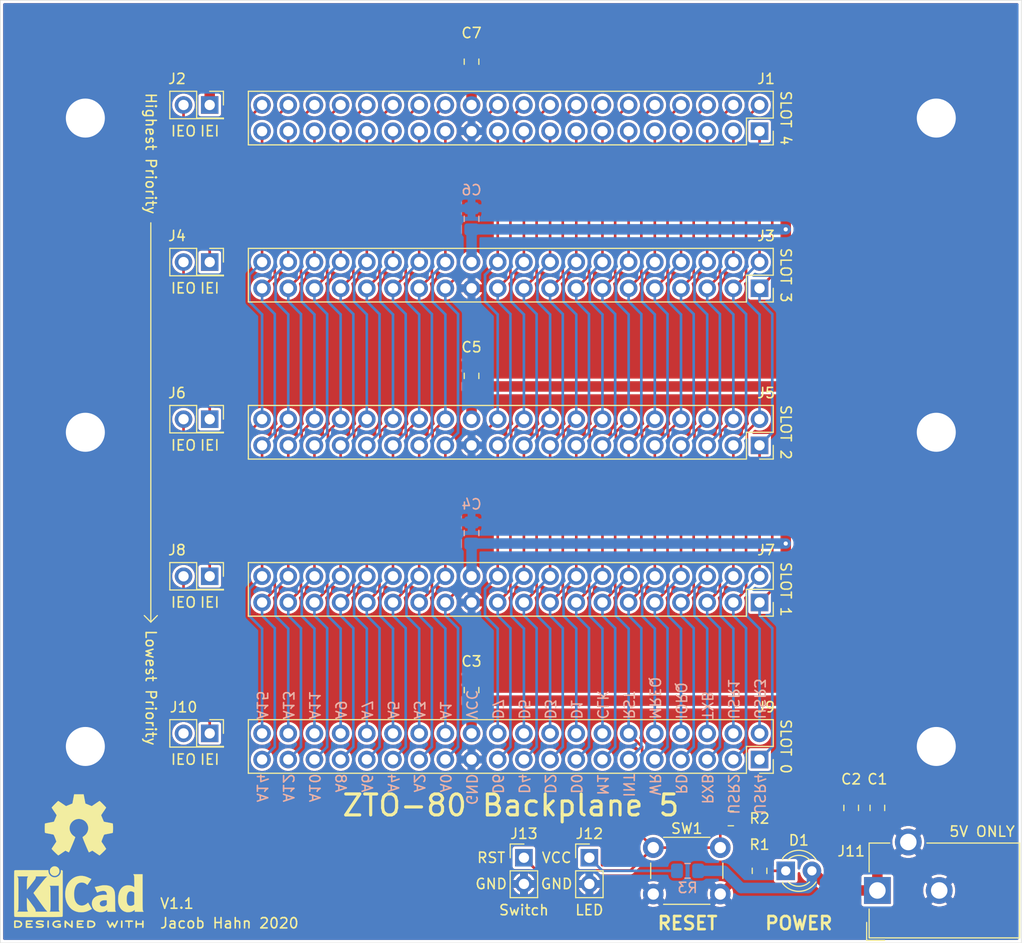
<source format=kicad_pcb>
(kicad_pcb (version 20171130) (host pcbnew "(5.1.5)-3")
  (title_block (title "ZTO-80 Backplane 5") (date 2020-07-15) (rev 1.1) (company "Jacob Hahn"))
  (layers (0 F.Cu signal) (31 B.Cu signal) (34 B.Paste user) (35 F.Paste user) (36 B.SilkS user) (37 F.SilkS user) (38 B.Mask user) (39 F.Mask user) (44 Edge.Cuts user))
  (net 0 "")
  (net 1 GND)
  (net 2 VCC)
  (net 3 "Net-(D1-Pad1)")
  (net 4 /USR4)
  (net 5 /USR3)
  (net 6 /USR2)
  (net 7 /USR1)
  (net 8 /RXB)
  (net 9 /TXB)
  (net 10 /RD)
  (net 11 /IORQ)
  (net 12 /WR)
  (net 13 /MREQ)
  (net 14 /INT)
  (net 15 /RST)
  (net 16 /M1)
  (net 17 /CLK)
  (net 18 /D0)
  (net 19 /D1)
  (net 20 /D2)
  (net 21 /D3)
  (net 22 /D4)
  (net 23 /D5)
  (net 24 /D6)
  (net 25 /D7)
  (net 26 /A0)
  (net 27 /A1)
  (net 28 /A2)
  (net 29 /A3)
  (net 30 /A4)
  (net 31 /A5)
  (net 32 /A6)
  (net 33 /A7)
  (net 34 /A8)
  (net 35 /A9)
  (net 36 /A10)
  (net 37 /A11)
  (net 38 /A12)
  (net 39 /A13)
  (net 40 /A14)
  (net 41 /A15)
  (net 42 "Net-(J2-Pad2)")
  (net 43 "Net-(J4-Pad2)")
  (net 44 "Net-(J6-Pad2)")
  (net 45 "Net-(J10-Pad1)")
  (net 46 "Net-(J10-Pad2)")
  (net 47 "Net-(J12-Pad1)")
  (module Connector_PinSocket_2.54mm:PinSocket_2x20_P2.54mm_Vertical (layer F.Cu) (at 167.64 123.19 270)
    (fp_text reference J9 (at -5.08 -0.635 180) (layer F.SilkS))
    (fp_text value "ZTO-80 Bus")
    (pad 40 thru_hole oval (at -2.54 48.26 270) (size 1.7 1.7) (drill 1) (layers *.Cu *.Mask) (net 41 /A15))
    (pad 39 thru_hole oval (at 0 48.26 270) (size 1.7 1.7) (drill 1) (layers *.Cu *.Mask) (net 40 /A14))
    (pad 38 thru_hole oval (at -2.54 45.72 270) (size 1.7 1.7) (drill 1) (layers *.Cu *.Mask) (net 39 /A13))
    (pad 37 thru_hole oval (at 0 45.72 270) (size 1.7 1.7) (drill 1) (layers *.Cu *.Mask) (net 38 /A12))
    (pad 36 thru_hole oval (at -2.54 43.18 270) (size 1.7 1.7) (drill 1) (layers *.Cu *.Mask) (net 37 /A11))
    (pad 35 thru_hole oval (at 0 43.18 270) (size 1.7 1.7) (drill 1) (layers *.Cu *.Mask) (net 36 /A10))
    (pad 34 thru_hole oval (at -2.54 40.64 270) (size 1.7 1.7) (drill 1) (layers *.Cu *.Mask) (net 35 /A9))
    (pad 33 thru_hole oval (at 0 40.64 270) (size 1.7 1.7) (drill 1) (layers *.Cu *.Mask) (net 34 /A8))
    (pad 32 thru_hole oval (at -2.54 38.1 270) (size 1.7 1.7) (drill 1) (layers *.Cu *.Mask) (net 33 /A7))
    (pad 31 thru_hole oval (at 0 38.1 270) (size 1.7 1.7) (drill 1) (layers *.Cu *.Mask) (net 32 /A6))
    (pad 30 thru_hole oval (at -2.54 35.56 270) (size 1.7 1.7) (drill 1) (layers *.Cu *.Mask) (net 31 /A5))
    (pad 29 thru_hole oval (at 0 35.56 270) (size 1.7 1.7) (drill 1) (layers *.Cu *.Mask) (net 30 /A4))
    (pad 28 thru_hole oval (at -2.54 33.02 270) (size 1.7 1.7) (drill 1) (layers *.Cu *.Mask) (net 29 /A3))
    (pad 27 thru_hole oval (at 0 33.02 270) (size 1.7 1.7) (drill 1) (layers *.Cu *.Mask) (net 28 /A2))
    (pad 26 thru_hole oval (at -2.54 30.48 270) (size 1.7 1.7) (drill 1) (layers *.Cu *.Mask) (net 27 /A1))
    (pad 25 thru_hole oval (at 0 30.48 270) (size 1.7 1.7) (drill 1) (layers *.Cu *.Mask) (net 26 /A0))
    (pad 24 thru_hole oval (at -2.54 27.94 270) (size 1.7 1.7) (drill 1) (layers *.Cu *.Mask) (net 2 VCC))
    (pad 23 thru_hole oval (at 0 27.94 270) (size 1.7 1.7) (drill 1) (layers *.Cu *.Mask) (net 1 GND))
    (pad 22 thru_hole oval (at -2.54 25.4 270) (size 1.7 1.7) (drill 1) (layers *.Cu *.Mask) (net 25 /D7))
    (pad 21 thru_hole oval (at 0 25.4 270) (size 1.7 1.7) (drill 1) (layers *.Cu *.Mask) (net 24 /D6))
    (pad 20 thru_hole oval (at -2.54 22.86 270) (size 1.7 1.7) (drill 1) (layers *.Cu *.Mask) (net 23 /D5))
    (pad 19 thru_hole oval (at 0 22.86 270) (size 1.7 1.7) (drill 1) (layers *.Cu *.Mask) (net 22 /D4))
    (pad 18 thru_hole oval (at -2.54 20.32 270) (size 1.7 1.7) (drill 1) (layers *.Cu *.Mask) (net 21 /D3))
    (pad 17 thru_hole oval (at 0 20.32 270) (size 1.7 1.7) (drill 1) (layers *.Cu *.Mask) (net 20 /D2))
    (pad 16 thru_hole oval (at -2.54 17.78 270) (size 1.7 1.7) (drill 1) (layers *.Cu *.Mask) (net 19 /D1))
    (pad 15 thru_hole oval (at 0 17.78 270) (size 1.7 1.7) (drill 1) (layers *.Cu *.Mask) (net 18 /D0))
    (pad 14 thru_hole oval (at -2.54 15.24 270) (size 1.7 1.7) (drill 1) (layers *.Cu *.Mask) (net 17 /CLK))
    (pad 13 thru_hole oval (at 0 15.24 270) (size 1.7 1.7) (drill 1) (layers *.Cu *.Mask) (net 16 /M1))
    (pad 12 thru_hole oval (at -2.54 12.7 270) (size 1.7 1.7) (drill 1) (layers *.Cu *.Mask) (net 15 /RST))
    (pad 11 thru_hole oval (at 0 12.7 270) (size 1.7 1.7) (drill 1) (layers *.Cu *.Mask) (net 14 /INT))
    (pad 10 thru_hole oval (at -2.54 10.16 270) (size 1.7 1.7) (drill 1) (layers *.Cu *.Mask) (net 13 /MREQ))
    (pad 9 thru_hole oval (at 0 10.16 270) (size 1.7 1.7) (drill 1) (layers *.Cu *.Mask) (net 12 /WR))
    (pad 8 thru_hole oval (at -2.54 7.62 270) (size 1.7 1.7) (drill 1) (layers *.Cu *.Mask) (net 11 /IORQ))
    (pad 7 thru_hole oval (at 0 7.62 270) (size 1.7 1.7) (drill 1) (layers *.Cu *.Mask) (net 10 /RD))
    (pad 6 thru_hole oval (at -2.54 5.08 270) (size 1.7 1.7) (drill 1) (layers *.Cu *.Mask) (net 9 /TXB))
    (pad 5 thru_hole oval (at 0 5.08 270) (size 1.7 1.7) (drill 1) (layers *.Cu *.Mask) (net 8 /RXB))
    (pad 4 thru_hole oval (at -2.54 2.54 270) (size 1.7 1.7) (drill 1) (layers *.Cu *.Mask) (net 7 /USR1))
    (pad 3 thru_hole oval (at 0 2.54 270) (size 1.7 1.7) (drill 1) (layers *.Cu *.Mask) (net 6 /USR2))
    (pad 2 thru_hole oval (at -2.54 0 270) (size 1.7 1.7) (drill 1) (layers *.Cu *.Mask) (net 5 /USR3))
    (pad 1 thru_hole rect (at 0 0 270) (size 1.7 1.7) (drill 1) (layers *.Cu *.Mask) (net 4 /USR4))
  )
  (module Connector_PinSocket_2.54mm:PinSocket_2x20_P2.54mm_Vertical (layer F.Cu) (at 167.64 107.95 270)
    (fp_text reference J7 (at -5.08 -0.635 180) (layer F.SilkS))
    (fp_text value "ZTO-80 Bus")
    (pad 40 thru_hole oval (at -2.54 48.26 270) (size 1.7 1.7) (drill 1) (layers *.Cu *.Mask) (net 41 /A15))
    (pad 39 thru_hole oval (at 0 48.26 270) (size 1.7 1.7) (drill 1) (layers *.Cu *.Mask) (net 40 /A14))
    (pad 38 thru_hole oval (at -2.54 45.72 270) (size 1.7 1.7) (drill 1) (layers *.Cu *.Mask) (net 39 /A13))
    (pad 37 thru_hole oval (at 0 45.72 270) (size 1.7 1.7) (drill 1) (layers *.Cu *.Mask) (net 38 /A12))
    (pad 36 thru_hole oval (at -2.54 43.18 270) (size 1.7 1.7) (drill 1) (layers *.Cu *.Mask) (net 37 /A11))
    (pad 35 thru_hole oval (at 0 43.18 270) (size 1.7 1.7) (drill 1) (layers *.Cu *.Mask) (net 36 /A10))
    (pad 34 thru_hole oval (at -2.54 40.64 270) (size 1.7 1.7) (drill 1) (layers *.Cu *.Mask) (net 35 /A9))
    (pad 33 thru_hole oval (at 0 40.64 270) (size 1.7 1.7) (drill 1) (layers *.Cu *.Mask) (net 34 /A8))
    (pad 32 thru_hole oval (at -2.54 38.1 270) (size 1.7 1.7) (drill 1) (layers *.Cu *.Mask) (net 33 /A7))
    (pad 31 thru_hole oval (at 0 38.1 270) (size 1.7 1.7) (drill 1) (layers *.Cu *.Mask) (net 32 /A6))
    (pad 30 thru_hole oval (at -2.54 35.56 270) (size 1.7 1.7) (drill 1) (layers *.Cu *.Mask) (net 31 /A5))
    (pad 29 thru_hole oval (at 0 35.56 270) (size 1.7 1.7) (drill 1) (layers *.Cu *.Mask) (net 30 /A4))
    (pad 28 thru_hole oval (at -2.54 33.02 270) (size 1.7 1.7) (drill 1) (layers *.Cu *.Mask) (net 29 /A3))
    (pad 27 thru_hole oval (at 0 33.02 270) (size 1.7 1.7) (drill 1) (layers *.Cu *.Mask) (net 28 /A2))
    (pad 26 thru_hole oval (at -2.54 30.48 270) (size 1.7 1.7) (drill 1) (layers *.Cu *.Mask) (net 27 /A1))
    (pad 25 thru_hole oval (at 0 30.48 270) (size 1.7 1.7) (drill 1) (layers *.Cu *.Mask) (net 26 /A0))
    (pad 24 thru_hole oval (at -2.54 27.94 270) (size 1.7 1.7) (drill 1) (layers *.Cu *.Mask) (net 2 VCC))
    (pad 23 thru_hole oval (at 0 27.94 270) (size 1.7 1.7) (drill 1) (layers *.Cu *.Mask) (net 1 GND))
    (pad 22 thru_hole oval (at -2.54 25.4 270) (size 1.7 1.7) (drill 1) (layers *.Cu *.Mask) (net 25 /D7))
    (pad 21 thru_hole oval (at 0 25.4 270) (size 1.7 1.7) (drill 1) (layers *.Cu *.Mask) (net 24 /D6))
    (pad 20 thru_hole oval (at -2.54 22.86 270) (size 1.7 1.7) (drill 1) (layers *.Cu *.Mask) (net 23 /D5))
    (pad 19 thru_hole oval (at 0 22.86 270) (size 1.7 1.7) (drill 1) (layers *.Cu *.Mask) (net 22 /D4))
    (pad 18 thru_hole oval (at -2.54 20.32 270) (size 1.7 1.7) (drill 1) (layers *.Cu *.Mask) (net 21 /D3))
    (pad 17 thru_hole oval (at 0 20.32 270) (size 1.7 1.7) (drill 1) (layers *.Cu *.Mask) (net 20 /D2))
    (pad 16 thru_hole oval (at -2.54 17.78 270) (size 1.7 1.7) (drill 1) (layers *.Cu *.Mask) (net 19 /D1))
    (pad 15 thru_hole oval (at 0 17.78 270) (size 1.7 1.7) (drill 1) (layers *.Cu *.Mask) (net 18 /D0))
    (pad 14 thru_hole oval (at -2.54 15.24 270) (size 1.7 1.7) (drill 1) (layers *.Cu *.Mask) (net 17 /CLK))
    (pad 13 thru_hole oval (at 0 15.24 270) (size 1.7 1.7) (drill 1) (layers *.Cu *.Mask) (net 16 /M1))
    (pad 12 thru_hole oval (at -2.54 12.7 270) (size 1.7 1.7) (drill 1) (layers *.Cu *.Mask) (net 15 /RST))
    (pad 11 thru_hole oval (at 0 12.7 270) (size 1.7 1.7) (drill 1) (layers *.Cu *.Mask) (net 14 /INT))
    (pad 10 thru_hole oval (at -2.54 10.16 270) (size 1.7 1.7) (drill 1) (layers *.Cu *.Mask) (net 13 /MREQ))
    (pad 9 thru_hole oval (at 0 10.16 270) (size 1.7 1.7) (drill 1) (layers *.Cu *.Mask) (net 12 /WR))
    (pad 8 thru_hole oval (at -2.54 7.62 270) (size 1.7 1.7) (drill 1) (layers *.Cu *.Mask) (net 11 /IORQ))
    (pad 7 thru_hole oval (at 0 7.62 270) (size 1.7 1.7) (drill 1) (layers *.Cu *.Mask) (net 10 /RD))
    (pad 6 thru_hole oval (at -2.54 5.08 270) (size 1.7 1.7) (drill 1) (layers *.Cu *.Mask) (net 9 /TXB))
    (pad 5 thru_hole oval (at 0 5.08 270) (size 1.7 1.7) (drill 1) (layers *.Cu *.Mask) (net 8 /RXB))
    (pad 4 thru_hole oval (at -2.54 2.54 270) (size 1.7 1.7) (drill 1) (layers *.Cu *.Mask) (net 7 /USR1))
    (pad 3 thru_hole oval (at 0 2.54 270) (size 1.7 1.7) (drill 1) (layers *.Cu *.Mask) (net 6 /USR2))
    (pad 2 thru_hole oval (at -2.54 0 270) (size 1.7 1.7) (drill 1) (layers *.Cu *.Mask) (net 5 /USR3))
    (pad 1 thru_hole rect (at 0 0 270) (size 1.7 1.7) (drill 1) (layers *.Cu *.Mask) (net 4 /USR4))
  )
  (module Connector_PinSocket_2.54mm:PinSocket_2x20_P2.54mm_Vertical (layer F.Cu) (at 167.64 92.71 270)
    (fp_text reference J5 (at -5.08 -0.635 180) (layer F.SilkS))
    (fp_text value "ZTO-80 Bus")
    (pad 40 thru_hole oval (at -2.54 48.26 270) (size 1.7 1.7) (drill 1) (layers *.Cu *.Mask) (net 41 /A15))
    (pad 39 thru_hole oval (at 0 48.26 270) (size 1.7 1.7) (drill 1) (layers *.Cu *.Mask) (net 40 /A14))
    (pad 38 thru_hole oval (at -2.54 45.72 270) (size 1.7 1.7) (drill 1) (layers *.Cu *.Mask) (net 39 /A13))
    (pad 37 thru_hole oval (at 0 45.72 270) (size 1.7 1.7) (drill 1) (layers *.Cu *.Mask) (net 38 /A12))
    (pad 36 thru_hole oval (at -2.54 43.18 270) (size 1.7 1.7) (drill 1) (layers *.Cu *.Mask) (net 37 /A11))
    (pad 35 thru_hole oval (at 0 43.18 270) (size 1.7 1.7) (drill 1) (layers *.Cu *.Mask) (net 36 /A10))
    (pad 34 thru_hole oval (at -2.54 40.64 270) (size 1.7 1.7) (drill 1) (layers *.Cu *.Mask) (net 35 /A9))
    (pad 33 thru_hole oval (at 0 40.64 270) (size 1.7 1.7) (drill 1) (layers *.Cu *.Mask) (net 34 /A8))
    (pad 32 thru_hole oval (at -2.54 38.1 270) (size 1.7 1.7) (drill 1) (layers *.Cu *.Mask) (net 33 /A7))
    (pad 31 thru_hole oval (at 0 38.1 270) (size 1.7 1.7) (drill 1) (layers *.Cu *.Mask) (net 32 /A6))
    (pad 30 thru_hole oval (at -2.54 35.56 270) (size 1.7 1.7) (drill 1) (layers *.Cu *.Mask) (net 31 /A5))
    (pad 29 thru_hole oval (at 0 35.56 270) (size 1.7 1.7) (drill 1) (layers *.Cu *.Mask) (net 30 /A4))
    (pad 28 thru_hole oval (at -2.54 33.02 270) (size 1.7 1.7) (drill 1) (layers *.Cu *.Mask) (net 29 /A3))
    (pad 27 thru_hole oval (at 0 33.02 270) (size 1.7 1.7) (drill 1) (layers *.Cu *.Mask) (net 28 /A2))
    (pad 26 thru_hole oval (at -2.54 30.48 270) (size 1.7 1.7) (drill 1) (layers *.Cu *.Mask) (net 27 /A1))
    (pad 25 thru_hole oval (at 0 30.48 270) (size 1.7 1.7) (drill 1) (layers *.Cu *.Mask) (net 26 /A0))
    (pad 24 thru_hole oval (at -2.54 27.94 270) (size 1.7 1.7) (drill 1) (layers *.Cu *.Mask) (net 2 VCC))
    (pad 23 thru_hole oval (at 0 27.94 270) (size 1.7 1.7) (drill 1) (layers *.Cu *.Mask) (net 1 GND))
    (pad 22 thru_hole oval (at -2.54 25.4 270) (size 1.7 1.7) (drill 1) (layers *.Cu *.Mask) (net 25 /D7))
    (pad 21 thru_hole oval (at 0 25.4 270) (size 1.7 1.7) (drill 1) (layers *.Cu *.Mask) (net 24 /D6))
    (pad 20 thru_hole oval (at -2.54 22.86 270) (size 1.7 1.7) (drill 1) (layers *.Cu *.Mask) (net 23 /D5))
    (pad 19 thru_hole oval (at 0 22.86 270) (size 1.7 1.7) (drill 1) (layers *.Cu *.Mask) (net 22 /D4))
    (pad 18 thru_hole oval (at -2.54 20.32 270) (size 1.7 1.7) (drill 1) (layers *.Cu *.Mask) (net 21 /D3))
    (pad 17 thru_hole oval (at 0 20.32 270) (size 1.7 1.7) (drill 1) (layers *.Cu *.Mask) (net 20 /D2))
    (pad 16 thru_hole oval (at -2.54 17.78 270) (size 1.7 1.7) (drill 1) (layers *.Cu *.Mask) (net 19 /D1))
    (pad 15 thru_hole oval (at 0 17.78 270) (size 1.7 1.7) (drill 1) (layers *.Cu *.Mask) (net 18 /D0))
    (pad 14 thru_hole oval (at -2.54 15.24 270) (size 1.7 1.7) (drill 1) (layers *.Cu *.Mask) (net 17 /CLK))
    (pad 13 thru_hole oval (at 0 15.24 270) (size 1.7 1.7) (drill 1) (layers *.Cu *.Mask) (net 16 /M1))
    (pad 12 thru_hole oval (at -2.54 12.7 270) (size 1.7 1.7) (drill 1) (layers *.Cu *.Mask) (net 15 /RST))
    (pad 11 thru_hole oval (at 0 12.7 270) (size 1.7 1.7) (drill 1) (layers *.Cu *.Mask) (net 14 /INT))
    (pad 10 thru_hole oval (at -2.54 10.16 270) (size 1.7 1.7) (drill 1) (layers *.Cu *.Mask) (net 13 /MREQ))
    (pad 9 thru_hole oval (at 0 10.16 270) (size 1.7 1.7) (drill 1) (layers *.Cu *.Mask) (net 12 /WR))
    (pad 8 thru_hole oval (at -2.54 7.62 270) (size 1.7 1.7) (drill 1) (layers *.Cu *.Mask) (net 11 /IORQ))
    (pad 7 thru_hole oval (at 0 7.62 270) (size 1.7 1.7) (drill 1) (layers *.Cu *.Mask) (net 10 /RD))
    (pad 6 thru_hole oval (at -2.54 5.08 270) (size 1.7 1.7) (drill 1) (layers *.Cu *.Mask) (net 9 /TXB))
    (pad 5 thru_hole oval (at 0 5.08 270) (size 1.7 1.7) (drill 1) (layers *.Cu *.Mask) (net 8 /RXB))
    (pad 4 thru_hole oval (at -2.54 2.54 270) (size 1.7 1.7) (drill 1) (layers *.Cu *.Mask) (net 7 /USR1))
    (pad 3 thru_hole oval (at 0 2.54 270) (size 1.7 1.7) (drill 1) (layers *.Cu *.Mask) (net 6 /USR2))
    (pad 2 thru_hole oval (at -2.54 0 270) (size 1.7 1.7) (drill 1) (layers *.Cu *.Mask) (net 5 /USR3))
    (pad 1 thru_hole rect (at 0 0 270) (size 1.7 1.7) (drill 1) (layers *.Cu *.Mask) (net 4 /USR4))
  )
  (module Connector_PinSocket_2.54mm:PinSocket_2x20_P2.54mm_Vertical (layer F.Cu) (at 167.64 77.47 270)
    (fp_text reference J3 (at -5.08 -0.635 180) (layer F.SilkS))
    (fp_text value "ZTO-80 Bus")
    (pad 40 thru_hole oval (at -2.54 48.26 270) (size 1.7 1.7) (drill 1) (layers *.Cu *.Mask) (net 41 /A15))
    (pad 39 thru_hole oval (at 0 48.26 270) (size 1.7 1.7) (drill 1) (layers *.Cu *.Mask) (net 40 /A14))
    (pad 38 thru_hole oval (at -2.54 45.72 270) (size 1.7 1.7) (drill 1) (layers *.Cu *.Mask) (net 39 /A13))
    (pad 37 thru_hole oval (at 0 45.72 270) (size 1.7 1.7) (drill 1) (layers *.Cu *.Mask) (net 38 /A12))
    (pad 36 thru_hole oval (at -2.54 43.18 270) (size 1.7 1.7) (drill 1) (layers *.Cu *.Mask) (net 37 /A11))
    (pad 35 thru_hole oval (at 0 43.18 270) (size 1.7 1.7) (drill 1) (layers *.Cu *.Mask) (net 36 /A10))
    (pad 34 thru_hole oval (at -2.54 40.64 270) (size 1.7 1.7) (drill 1) (layers *.Cu *.Mask) (net 35 /A9))
    (pad 33 thru_hole oval (at 0 40.64 270) (size 1.7 1.7) (drill 1) (layers *.Cu *.Mask) (net 34 /A8))
    (pad 32 thru_hole oval (at -2.54 38.1 270) (size 1.7 1.7) (drill 1) (layers *.Cu *.Mask) (net 33 /A7))
    (pad 31 thru_hole oval (at 0 38.1 270) (size 1.7 1.7) (drill 1) (layers *.Cu *.Mask) (net 32 /A6))
    (pad 30 thru_hole oval (at -2.54 35.56 270) (size 1.7 1.7) (drill 1) (layers *.Cu *.Mask) (net 31 /A5))
    (pad 29 thru_hole oval (at 0 35.56 270) (size 1.7 1.7) (drill 1) (layers *.Cu *.Mask) (net 30 /A4))
    (pad 28 thru_hole oval (at -2.54 33.02 270) (size 1.7 1.7) (drill 1) (layers *.Cu *.Mask) (net 29 /A3))
    (pad 27 thru_hole oval (at 0 33.02 270) (size 1.7 1.7) (drill 1) (layers *.Cu *.Mask) (net 28 /A2))
    (pad 26 thru_hole oval (at -2.54 30.48 270) (size 1.7 1.7) (drill 1) (layers *.Cu *.Mask) (net 27 /A1))
    (pad 25 thru_hole oval (at 0 30.48 270) (size 1.7 1.7) (drill 1) (layers *.Cu *.Mask) (net 26 /A0))
    (pad 24 thru_hole oval (at -2.54 27.94 270) (size 1.7 1.7) (drill 1) (layers *.Cu *.Mask) (net 2 VCC))
    (pad 23 thru_hole oval (at 0 27.94 270) (size 1.7 1.7) (drill 1) (layers *.Cu *.Mask) (net 1 GND))
    (pad 22 thru_hole oval (at -2.54 25.4 270) (size 1.7 1.7) (drill 1) (layers *.Cu *.Mask) (net 25 /D7))
    (pad 21 thru_hole oval (at 0 25.4 270) (size 1.7 1.7) (drill 1) (layers *.Cu *.Mask) (net 24 /D6))
    (pad 20 thru_hole oval (at -2.54 22.86 270) (size 1.7 1.7) (drill 1) (layers *.Cu *.Mask) (net 23 /D5))
    (pad 19 thru_hole oval (at 0 22.86 270) (size 1.7 1.7) (drill 1) (layers *.Cu *.Mask) (net 22 /D4))
    (pad 18 thru_hole oval (at -2.54 20.32 270) (size 1.7 1.7) (drill 1) (layers *.Cu *.Mask) (net 21 /D3))
    (pad 17 thru_hole oval (at 0 20.32 270) (size 1.7 1.7) (drill 1) (layers *.Cu *.Mask) (net 20 /D2))
    (pad 16 thru_hole oval (at -2.54 17.78 270) (size 1.7 1.7) (drill 1) (layers *.Cu *.Mask) (net 19 /D1))
    (pad 15 thru_hole oval (at 0 17.78 270) (size 1.7 1.7) (drill 1) (layers *.Cu *.Mask) (net 18 /D0))
    (pad 14 thru_hole oval (at -2.54 15.24 270) (size 1.7 1.7) (drill 1) (layers *.Cu *.Mask) (net 17 /CLK))
    (pad 13 thru_hole oval (at 0 15.24 270) (size 1.7 1.7) (drill 1) (layers *.Cu *.Mask) (net 16 /M1))
    (pad 12 thru_hole oval (at -2.54 12.7 270) (size 1.7 1.7) (drill 1) (layers *.Cu *.Mask) (net 15 /RST))
    (pad 11 thru_hole oval (at 0 12.7 270) (size 1.7 1.7) (drill 1) (layers *.Cu *.Mask) (net 14 /INT))
    (pad 10 thru_hole oval (at -2.54 10.16 270) (size 1.7 1.7) (drill 1) (layers *.Cu *.Mask) (net 13 /MREQ))
    (pad 9 thru_hole oval (at 0 10.16 270) (size 1.7 1.7) (drill 1) (layers *.Cu *.Mask) (net 12 /WR))
    (pad 8 thru_hole oval (at -2.54 7.62 270) (size 1.7 1.7) (drill 1) (layers *.Cu *.Mask) (net 11 /IORQ))
    (pad 7 thru_hole oval (at 0 7.62 270) (size 1.7 1.7) (drill 1) (layers *.Cu *.Mask) (net 10 /RD))
    (pad 6 thru_hole oval (at -2.54 5.08 270) (size 1.7 1.7) (drill 1) (layers *.Cu *.Mask) (net 9 /TXB))
    (pad 5 thru_hole oval (at 0 5.08 270) (size 1.7 1.7) (drill 1) (layers *.Cu *.Mask) (net 8 /RXB))
    (pad 4 thru_hole oval (at -2.54 2.54 270) (size 1.7 1.7) (drill 1) (layers *.Cu *.Mask) (net 7 /USR1))
    (pad 3 thru_hole oval (at 0 2.54 270) (size 1.7 1.7) (drill 1) (layers *.Cu *.Mask) (net 6 /USR2))
    (pad 2 thru_hole oval (at -2.54 0 270) (size 1.7 1.7) (drill 1) (layers *.Cu *.Mask) (net 5 /USR3))
    (pad 1 thru_hole rect (at 0 0 270) (size 1.7 1.7) (drill 1) (layers *.Cu *.Mask) (net 4 /USR4))
  )
  (module Connector_PinSocket_2.54mm:PinSocket_2x20_P2.54mm_Vertical (layer F.Cu) (at 167.64 62.23 270)
    (fp_text reference J1 (at -5.08 -0.635 180) (layer F.SilkS))
    (fp_text value "ZTO-80 Bus")
    (pad 40 thru_hole oval (at -2.54 48.26 270) (size 1.7 1.7) (drill 1) (layers *.Cu *.Mask) (net 41 /A15))
    (pad 39 thru_hole oval (at 0 48.26 270) (size 1.7 1.7) (drill 1) (layers *.Cu *.Mask) (net 40 /A14))
    (pad 38 thru_hole oval (at -2.54 45.72 270) (size 1.7 1.7) (drill 1) (layers *.Cu *.Mask) (net 39 /A13))
    (pad 37 thru_hole oval (at 0 45.72 270) (size 1.7 1.7) (drill 1) (layers *.Cu *.Mask) (net 38 /A12))
    (pad 36 thru_hole oval (at -2.54 43.18 270) (size 1.7 1.7) (drill 1) (layers *.Cu *.Mask) (net 37 /A11))
    (pad 35 thru_hole oval (at 0 43.18 270) (size 1.7 1.7) (drill 1) (layers *.Cu *.Mask) (net 36 /A10))
    (pad 34 thru_hole oval (at -2.54 40.64 270) (size 1.7 1.7) (drill 1) (layers *.Cu *.Mask) (net 35 /A9))
    (pad 33 thru_hole oval (at 0 40.64 270) (size 1.7 1.7) (drill 1) (layers *.Cu *.Mask) (net 34 /A8))
    (pad 32 thru_hole oval (at -2.54 38.1 270) (size 1.7 1.7) (drill 1) (layers *.Cu *.Mask) (net 33 /A7))
    (pad 31 thru_hole oval (at 0 38.1 270) (size 1.7 1.7) (drill 1) (layers *.Cu *.Mask) (net 32 /A6))
    (pad 30 thru_hole oval (at -2.54 35.56 270) (size 1.7 1.7) (drill 1) (layers *.Cu *.Mask) (net 31 /A5))
    (pad 29 thru_hole oval (at 0 35.56 270) (size 1.7 1.7) (drill 1) (layers *.Cu *.Mask) (net 30 /A4))
    (pad 28 thru_hole oval (at -2.54 33.02 270) (size 1.7 1.7) (drill 1) (layers *.Cu *.Mask) (net 29 /A3))
    (pad 27 thru_hole oval (at 0 33.02 270) (size 1.7 1.7) (drill 1) (layers *.Cu *.Mask) (net 28 /A2))
    (pad 26 thru_hole oval (at -2.54 30.48 270) (size 1.7 1.7) (drill 1) (layers *.Cu *.Mask) (net 27 /A1))
    (pad 25 thru_hole oval (at 0 30.48 270) (size 1.7 1.7) (drill 1) (layers *.Cu *.Mask) (net 26 /A0))
    (pad 24 thru_hole oval (at -2.54 27.94 270) (size 1.7 1.7) (drill 1) (layers *.Cu *.Mask) (net 2 VCC))
    (pad 23 thru_hole oval (at 0 27.94 270) (size 1.7 1.7) (drill 1) (layers *.Cu *.Mask) (net 1 GND))
    (pad 22 thru_hole oval (at -2.54 25.4 270) (size 1.7 1.7) (drill 1) (layers *.Cu *.Mask) (net 25 /D7))
    (pad 21 thru_hole oval (at 0 25.4 270) (size 1.7 1.7) (drill 1) (layers *.Cu *.Mask) (net 24 /D6))
    (pad 20 thru_hole oval (at -2.54 22.86 270) (size 1.7 1.7) (drill 1) (layers *.Cu *.Mask) (net 23 /D5))
    (pad 19 thru_hole oval (at 0 22.86 270) (size 1.7 1.7) (drill 1) (layers *.Cu *.Mask) (net 22 /D4))
    (pad 18 thru_hole oval (at -2.54 20.32 270) (size 1.7 1.7) (drill 1) (layers *.Cu *.Mask) (net 21 /D3))
    (pad 17 thru_hole oval (at 0 20.32 270) (size 1.7 1.7) (drill 1) (layers *.Cu *.Mask) (net 20 /D2))
    (pad 16 thru_hole oval (at -2.54 17.78 270) (size 1.7 1.7) (drill 1) (layers *.Cu *.Mask) (net 19 /D1))
    (pad 15 thru_hole oval (at 0 17.78 270) (size 1.7 1.7) (drill 1) (layers *.Cu *.Mask) (net 18 /D0))
    (pad 14 thru_hole oval (at -2.54 15.24 270) (size 1.7 1.7) (drill 1) (layers *.Cu *.Mask) (net 17 /CLK))
    (pad 13 thru_hole oval (at 0 15.24 270) (size 1.7 1.7) (drill 1) (layers *.Cu *.Mask) (net 16 /M1))
    (pad 12 thru_hole oval (at -2.54 12.7 270) (size 1.7 1.7) (drill 1) (layers *.Cu *.Mask) (net 15 /RST))
    (pad 11 thru_hole oval (at 0 12.7 270) (size 1.7 1.7) (drill 1) (layers *.Cu *.Mask) (net 14 /INT))
    (pad 10 thru_hole oval (at -2.54 10.16 270) (size 1.7 1.7) (drill 1) (layers *.Cu *.Mask) (net 13 /MREQ))
    (pad 9 thru_hole oval (at 0 10.16 270) (size 1.7 1.7) (drill 1) (layers *.Cu *.Mask) (net 12 /WR))
    (pad 8 thru_hole oval (at -2.54 7.62 270) (size 1.7 1.7) (drill 1) (layers *.Cu *.Mask) (net 11 /IORQ))
    (pad 7 thru_hole oval (at 0 7.62 270) (size 1.7 1.7) (drill 1) (layers *.Cu *.Mask) (net 10 /RD))
    (pad 6 thru_hole oval (at -2.54 5.08 270) (size 1.7 1.7) (drill 1) (layers *.Cu *.Mask) (net 9 /TXB))
    (pad 5 thru_hole oval (at 0 5.08 270) (size 1.7 1.7) (drill 1) (layers *.Cu *.Mask) (net 8 /RXB))
    (pad 4 thru_hole oval (at -2.54 2.54 270) (size 1.7 1.7) (drill 1) (layers *.Cu *.Mask) (net 7 /USR1))
    (pad 3 thru_hole oval (at 0 2.54 270) (size 1.7 1.7) (drill 1) (layers *.Cu *.Mask) (net 6 /USR2))
    (pad 2 thru_hole oval (at -2.54 0 270) (size 1.7 1.7) (drill 1) (layers *.Cu *.Mask) (net 5 /USR3))
    (pad 1 thru_hole rect (at 0 0 270) (size 1.7 1.7) (drill 1) (layers *.Cu *.Mask) (net 4 /USR4))
  )
  (module Resistor_SMD:R_0805_2012Metric_Pad1.15x1.40mm_HandSolder (layer B.Cu) (at 160.655 133.985)
    (fp_text reference R3 (at 0 1.65) (layer B.SilkS) (effects (justify mirror)))
    (fp_text value 200)
    (pad 1 smd roundrect (at -1.025 0) (size 1.15 1.4) (layers B.Cu B.Paste B.Mask) (roundrect_rratio 0.217391) (net 47 "Net-(J12-Pad1)"))
    (pad 2 smd roundrect (at 1.025 0) (size 1.15 1.4) (layers B.Cu B.Paste B.Mask) (roundrect_rratio 0.217391) (net 2 VCC))
  )
  (module Connector_PinHeader_2.54mm:PinHeader_1x02_P2.54mm_Vertical (layer F.Cu) (at 144.78 132.715)
    (fp_text reference J13 (at 0 -2.33) (layer F.SilkS))
    (fp_text value Conn_01x02)
    (pad 2 thru_hole oval (at 0 2.54) (size 1.7 1.7) (drill 1) (layers *.Cu *.Mask) (net 1 GND))
    (pad 1 thru_hole rect (at 0 0) (size 1.7 1.7) (drill 1) (layers *.Cu *.Mask) (net 15 /RST))
  )
  (module Connector_PinHeader_2.54mm:PinHeader_1x02_P2.54mm_Vertical (layer F.Cu) (at 151.13 132.715)
    (fp_text reference J12 (at 0 -2.33) (layer F.SilkS))
    (fp_text value Conn_01x02)
    (pad 2 thru_hole oval (at 0 2.54) (size 1.7 1.7) (drill 1) (layers *.Cu *.Mask) (net 1 GND))
    (pad 1 thru_hole rect (at 0 0) (size 1.7 1.7) (drill 1) (layers *.Cu *.Mask) (net 47 "Net-(J12-Pad1)"))
  )
  (module BarrelJack:BarrelJack_CUI_PJ-102A_Horizontal (layer F.Cu) (at 179.07 135.89 90)
    (fp_text reference J11 (at 3.81 -2.54) (layer F.SilkS))
    (fp_text value PJ-102A)
    (pad 1 thru_hole rect (at 0 0 90) (size 2.6 2.6) (drill 1.6) (layers *.Cu *.Mask) (net 2 VCC))
    (pad 2 thru_hole circle (at 0 6 90) (size 2.6 2.6) (drill 1.6) (layers *.Cu *.Mask) (net 1 GND))
    (pad 3 thru_hole circle (at 4.7 3 90) (size 2.6 2.6) (drill 1.6) (layers *.Cu *.Mask) (net 1 GND))
  )
  (module Symbol:OSHW-Symbol_6.7x6mm_SilkScreen (layer F.Cu) (at 101.6 129.54)
    (fp_text reference REF** hide)
    (fp_text value OSHW-Symbol_6.7x6mm_SilkScreen hide)
  )
  (module Symbol:KiCad-Logo2_5mm_SilkScreen (layer F.Cu) (at 101.6 136.525)
    (fp_text reference REF** hide)
    (fp_text value KiCad-Logo2_5mm_SilkScreen hide)
  )
  (module Screw_Hole:Computer_Screw_M3 (layer F.Cu) (at 102.235 91.44)
    (fp_text reference REF** hide)
    (fp_text value Computer_Screw_M3)
    (pad 1 thru_hole circle (at 0 0) (size 6.985 6.985) (drill 3.7846) (layers *.Cu *.Mask) (net 1 GND))
  )
  (module Screw_Hole:Computer_Screw_M3 (layer F.Cu) (at 102.235 60.96)
    (fp_text reference REF** hide)
    (fp_text value Computer_Screw_M3)
    (pad 1 thru_hole circle (at 0 0) (size 6.985 6.985) (drill 3.7846) (layers *.Cu *.Mask) (net 1 GND))
  )
  (module Screw_Hole:Computer_Screw_M3 (layer F.Cu) (at 184.785 91.44)
    (fp_text reference REF** hide)
    (fp_text value Computer_Screw_M3)
    (pad 1 thru_hole circle (at 0 0) (size 6.985 6.985) (drill 3.7846) (layers *.Cu *.Mask) (net 1 GND))
  )
  (module Screw_Hole:Computer_Screw_M3 (layer F.Cu) (at 184.785 60.96)
    (fp_text reference REF** hide)
    (fp_text value Computer_Screw_M3)
    (pad 1 thru_hole circle (at 0 0) (size 6.985 6.985) (drill 3.7846) (layers *.Cu *.Mask) (net 1 GND))
  )
  (module Screw_Hole:Computer_Screw_M3 (layer F.Cu) (at 102.235 121.92)
    (fp_text reference REF** hide)
    (fp_text value Computer_Screw_M3)
    (pad 1 thru_hole circle (at 0 0) (size 6.985 6.985) (drill 3.7846) (layers *.Cu *.Mask) (net 1 GND))
  )
  (module Screw_Hole:Computer_Screw_M3 (layer F.Cu) (at 184.785 121.92)
    (fp_text reference REF** hide)
    (fp_text value Computer_Screw_M3)
    (pad 1 thru_hole circle (at 0 0) (size 6.985 6.985) (drill 3.7846) (layers *.Cu *.Mask) (net 1 GND))
  )
  (module Button_Switch_THT:SW_PUSH_6mm (layer F.Cu) (at 163.83 136.235 180)
    (fp_text reference SW1 (at 3.25 6.35) (layer F.SilkS))
    (fp_text value Reset)
    (pad 2 thru_hole circle (at 0 4.5 270) (size 2 2) (drill 1.1) (layers *.Cu *.Mask) (net 15 /RST))
    (pad 1 thru_hole circle (at 0 0 270) (size 2 2) (drill 1.1) (layers *.Cu *.Mask) (net 1 GND))
    (pad 2 thru_hole circle (at 6.5 4.5 270) (size 2 2) (drill 1.1) (layers *.Cu *.Mask) (net 15 /RST))
    (pad 1 thru_hole circle (at 6.5 0 270) (size 2 2) (drill 1.1) (layers *.Cu *.Mask) (net 1 GND))
  )
  (module Resistor_SMD:R_0805_2012Metric_Pad1.15x1.40mm_HandSolder (layer F.Cu) (at 164.855 128.905 180)
    (fp_text reference R2 (at -2.785 0) (layer F.SilkS))
    (fp_text value 10k)
    (pad 1 smd roundrect (at -1.025 0 180) (size 1.15 1.4) (layers F.Cu F.Paste F.Mask) (roundrect_rratio 0.217391) (net 2 VCC))
    (pad 2 smd roundrect (at 1.025 0 180) (size 1.15 1.4) (layers F.Cu F.Paste F.Mask) (roundrect_rratio 0.217391) (net 15 /RST))
  )
  (module Resistor_SMD:R_0805_2012Metric_Pad1.15x1.40mm_HandSolder (layer F.Cu) (at 167.64 133.985 90)
    (fp_text reference R1 (at 2.54 0 180) (layer F.SilkS))
    (fp_text value 220)
    (pad 1 smd roundrect (at -1.025 0 90) (size 1.15 1.4) (layers F.Cu F.Paste F.Mask) (roundrect_rratio 0.217391) (net 1 GND))
    (pad 2 smd roundrect (at 1.025 0 90) (size 1.15 1.4) (layers F.Cu F.Paste F.Mask) (roundrect_rratio 0.217391) (net 3 "Net-(D1-Pad1)"))
  )
  (module Connector_PinSocket_2.54mm:PinSocket_2x01_P2.54mm_Vertical (layer F.Cu) (at 114.3 120.65)
    (fp_text reference J10 (at -2.54 -2.54 180) (layer F.SilkS))
    (fp_text value Conn_01x02)
    (pad 2 thru_hole oval (at -2.54 0) (size 1.7 1.7) (drill 1) (layers *.Cu *.Mask) (net 46 "Net-(J10-Pad2)"))
    (pad 1 thru_hole rect (at 0 0) (size 1.7 1.7) (drill 1) (layers *.Cu *.Mask) (net 45 "Net-(J10-Pad1)"))
  )
  (module Connector_PinSocket_2.54mm:PinSocket_2x01_P2.54mm_Vertical (layer F.Cu) (at 114.3 105.41)
    (fp_text reference J8 (at -3.175 -2.54) (layer F.SilkS))
    (fp_text value Conn_01x02)
    (pad 1 thru_hole rect (at 0 0) (size 1.7 1.7) (drill 1) (layers *.Cu *.Mask) (net 44 "Net-(J6-Pad2)"))
    (pad 2 thru_hole oval (at -2.54 0) (size 1.7 1.7) (drill 1) (layers *.Cu *.Mask) (net 45 "Net-(J10-Pad1)"))
  )
  (module Connector_PinSocket_2.54mm:PinSocket_2x01_P2.54mm_Vertical (layer F.Cu) (at 114.3 90.17)
    (fp_text reference J6 (at -3.175 -2.54) (layer F.SilkS))
    (fp_text value Conn_01x02)
    (pad 1 thru_hole rect (at 0 0) (size 1.7 1.7) (drill 1) (layers *.Cu *.Mask) (net 43 "Net-(J4-Pad2)"))
    (pad 2 thru_hole oval (at -2.54 0) (size 1.7 1.7) (drill 1) (layers *.Cu *.Mask) (net 44 "Net-(J6-Pad2)"))
  )
  (module Connector_PinSocket_2.54mm:PinSocket_2x01_P2.54mm_Vertical (layer F.Cu) (at 114.3 74.93)
    (fp_text reference J4 (at -3.175 -2.54) (layer F.SilkS))
    (fp_text value Conn_01x02)
    (pad 2 thru_hole oval (at -2.54 0) (size 1.7 1.7) (drill 1) (layers *.Cu *.Mask) (net 43 "Net-(J4-Pad2)"))
    (pad 1 thru_hole rect (at 0 0) (size 1.7 1.7) (drill 1) (layers *.Cu *.Mask) (net 42 "Net-(J2-Pad2)"))
  )
  (module Connector_PinSocket_2.54mm:PinSocket_2x01_P2.54mm_Vertical (layer F.Cu) (at 114.3 59.69)
    (fp_text reference J2 (at -3.175 -2.54) (layer F.SilkS))
    (fp_text value Conn_01x02)
    (pad 1 thru_hole rect (at 0 0) (size 1.7 1.7) (drill 1) (layers *.Cu *.Mask) (net 2 VCC))
    (pad 2 thru_hole oval (at -2.54 0) (size 1.7 1.7) (drill 1) (layers *.Cu *.Mask) (net 42 "Net-(J2-Pad2)"))
  )
  (module LED_THT:LED_D3.0mm (layer F.Cu) (at 170.18 133.985)
    (fp_text reference D1 (at 1.27 -2.96) (layer F.SilkS))
    (fp_text value "LED 3MM RED")
    (pad 1 thru_hole rect (at 0 0) (size 1.8 1.8) (drill 0.9) (layers *.Cu *.Mask) (net 3 "Net-(D1-Pad1)"))
    (pad 2 thru_hole circle (at 2.54 0) (size 1.8 1.8) (drill 0.9) (layers *.Cu *.Mask) (net 2 VCC))
  )
  (module Capacitor_SMD:C_0805_2012Metric_Pad1.15x1.40mm_HandSolder (layer F.Cu) (at 179.07 127.88 90)
    (fp_text reference C1 (at 2.785 0 180) (layer F.SilkS))
    (fp_text value 10u)
    (pad 2 smd roundrect (at 1.025 0 90) (size 1.15 1.4) (layers F.Cu F.Paste F.Mask) (roundrect_rratio 0.217391) (net 1 GND))
    (pad 1 smd roundrect (at -1.025 0 90) (size 1.15 1.4) (layers F.Cu F.Paste F.Mask) (roundrect_rratio 0.217391) (net 2 VCC))
  )
  (module Capacitor_SMD:C_0805_2012Metric_Pad1.15x1.40mm_HandSolder (layer F.Cu) (at 139.7 55.49 90)
    (fp_text reference C7 (at 2.785 0 180) (layer F.SilkS))
    (fp_text value .1u)
    (pad 2 smd roundrect (at 1.025 0 90) (size 1.15 1.4) (layers F.Cu F.Paste F.Mask) (roundrect_rratio 0.217391) (net 1 GND))
    (pad 1 smd roundrect (at -1.025 0 90) (size 1.15 1.4) (layers F.Cu F.Paste F.Mask) (roundrect_rratio 0.217391) (net 2 VCC))
  )
  (module Capacitor_SMD:C_0805_2012Metric_Pad1.15x1.40mm_HandSolder (layer B.Cu) (at 139.7 70.73 90)
    (fp_text reference C6 (at 2.785 0 180) (layer B.SilkS) (effects (justify mirror)))
    (fp_text value .1u)
    (pad 2 smd roundrect (at 1.025 0 90) (size 1.15 1.4) (layers B.Cu B.Paste B.Mask) (roundrect_rratio 0.217391) (net 1 GND))
    (pad 1 smd roundrect (at -1.025 0 90) (size 1.15 1.4) (layers B.Cu B.Paste B.Mask) (roundrect_rratio 0.217391) (net 2 VCC))
  )
  (module Capacitor_SMD:C_0805_2012Metric_Pad1.15x1.40mm_HandSolder (layer F.Cu) (at 139.7 85.97 90)
    (fp_text reference C5 (at 2.785 0 180) (layer F.SilkS))
    (fp_text value .1u)
    (pad 2 smd roundrect (at 1.025 0 90) (size 1.15 1.4) (layers F.Cu F.Paste F.Mask) (roundrect_rratio 0.217391) (net 1 GND))
    (pad 1 smd roundrect (at -1.025 0 90) (size 1.15 1.4) (layers F.Cu F.Paste F.Mask) (roundrect_rratio 0.217391) (net 2 VCC))
  )
  (module Capacitor_SMD:C_0805_2012Metric_Pad1.15x1.40mm_HandSolder (layer B.Cu) (at 139.7 101.21 90)
    (fp_text reference C4 (at 2.785 0 180) (layer B.SilkS) (effects (justify mirror)))
    (fp_text value .1u)
    (pad 1 smd roundrect (at -1.025 0 90) (size 1.15 1.4) (layers B.Cu B.Paste B.Mask) (roundrect_rratio 0.217391) (net 2 VCC))
    (pad 2 smd roundrect (at 1.025 0 90) (size 1.15 1.4) (layers B.Cu B.Paste B.Mask) (roundrect_rratio 0.217391) (net 1 GND))
  )
  (module Capacitor_SMD:C_0805_2012Metric_Pad1.15x1.40mm_HandSolder (layer F.Cu) (at 139.7 116.45 90)
    (fp_text reference C3 (at 2.785 0 180) (layer F.SilkS))
    (fp_text value .1u)
    (pad 2 smd roundrect (at 1.025 0 90) (size 1.15 1.4) (layers F.Cu F.Paste F.Mask) (roundrect_rratio 0.217391) (net 1 GND))
    (pad 1 smd roundrect (at -1.025 0 90) (size 1.15 1.4) (layers F.Cu F.Paste F.Mask) (roundrect_rratio 0.217391) (net 2 VCC))
  )
  (module Capacitor_SMD:C_0805_2012Metric_Pad1.15x1.40mm_HandSolder (layer F.Cu) (at 176.53 127.88 90)
    (fp_text reference C2 (at 2.785 0 180) (layer F.SilkS))
    (fp_text value .1u)
    (pad 2 smd roundrect (at 1.025 0 90) (size 1.15 1.4) (layers F.Cu F.Paste F.Mask) (roundrect_rratio 0.217391) (net 1 GND))
    (pad 1 smd roundrect (at -1.025 0 90) (size 1.15 1.4) (layers F.Cu F.Paste F.Mask) (roundrect_rratio 0.217391) (net 2 VCC))
  )
  (gr_text Switch (at 144.78 137.795) (layer F.SilkS) (effects (font (size 1 1))))
  (gr_text LED (at 151.13 137.795) (layer F.SilkS) (effects (font (size 1 1))))
  (gr_text GND (at 141.605 135.255) (layer F.SilkS) (effects (font (size 1 1))))
  (gr_text RST (at 141.605 132.715) (layer F.SilkS) (effects (font (size 1 1))))
  (gr_text GND (at 147.955 135.255) (layer F.SilkS) (effects (font (size 1 1))))
  (gr_text VCC (at 147.955 132.715) (layer F.SilkS) (effects (font (size 1 1))))
  (gr_text V1.1 (at 111.125 137.16) (layer F.SilkS) (effects (font (size 1 1))))
  (gr_text "Jacob Hahn 2020" (at 116.205 139.065) (layer F.SilkS) (effects (font (size 1 1))))
  (gr_text "ZTO-80 Backplane 5" (at 143.51 127.635) (layer F.SilkS) (effects (font (size 2.032 2.032) (thickness 0.3048))))
  (gr_text USR4 (at 167.64 124.46 270) (layer B.SilkS) (effects (font (size 1 1)) (justify right mirror)))
  (gr_text USR2 (at 165.1 124.46 270) (layer B.SilkS) (effects (font (size 1 1)) (justify right mirror)))
  (gr_text RXB (at 162.56 124.46 270) (layer B.SilkS) (effects (font (size 1 1)) (justify right mirror)))
  (gr_text RD (at 160.02 124.46 270) (layer B.SilkS) (effects (font (size 1 1)) (justify right mirror)))
  (gr_text WR (at 157.48 124.46 270) (layer B.SilkS) (effects (font (size 1 1)) (justify right mirror)))
  (gr_text INT (at 154.94 124.46 270) (layer B.SilkS) (effects (font (size 1 1)) (justify right mirror)))
  (gr_text M1 (at 152.4 124.46 270) (layer B.SilkS) (effects (font (size 1 1)) (justify right mirror)))
  (gr_text D0 (at 149.86 124.46 270) (layer B.SilkS) (effects (font (size 1 1)) (justify right mirror)))
  (gr_text D2 (at 147.32 124.46 270) (layer B.SilkS) (effects (font (size 1 1)) (justify right mirror)))
  (gr_text D4 (at 144.78 124.46 270) (layer B.SilkS) (effects (font (size 1 1)) (justify right mirror)))
  (gr_text D6 (at 142.24 124.46 270) (layer B.SilkS) (effects (font (size 1 1)) (justify right mirror)))
  (gr_text GND (at 139.7 124.46 270) (layer B.SilkS) (effects (font (size 1 1)) (justify right mirror)))
  (gr_text A0 (at 137.16 124.46 270) (layer B.SilkS) (effects (font (size 1 1)) (justify right mirror)))
  (gr_text A2 (at 134.62 124.46 270) (layer B.SilkS) (effects (font (size 1 1)) (justify right mirror)))
  (gr_text A4 (at 132.08 124.46 270) (layer B.SilkS) (effects (font (size 1 1)) (justify right mirror)))
  (gr_text A6 (at 129.54 124.46 270) (layer B.SilkS) (effects (font (size 1 1)) (justify right mirror)))
  (gr_text A8 (at 127 124.46 270) (layer B.SilkS) (effects (font (size 1 1)) (justify right mirror)))
  (gr_text A10 (at 124.46 124.46 270) (layer B.SilkS) (effects (font (size 1 1)) (justify right mirror)))
  (gr_text A12 (at 121.92 124.46 270) (layer B.SilkS) (effects (font (size 1 1)) (justify right mirror)))
  (gr_text A14 (at 119.38 124.46 270) (layer B.SilkS) (effects (font (size 1 1)) (justify right mirror)))
  (gr_text VCC (at 139.7 119.38 270) (layer B.SilkS) (effects (font (size 1 1)) (justify left mirror)))
  (gr_text USR3 (at 167.64 119.38 270) (layer B.SilkS) (effects (font (size 1 1)) (justify left mirror)))
  (gr_text USR1 (at 165.1 119.38 270) (layer B.SilkS) (effects (font (size 1 1)) (justify left mirror)))
  (gr_text TXB (at 162.56 119.38 270) (layer B.SilkS) (effects (font (size 1 1)) (justify left mirror)))
  (gr_text IORQ (at 160.02 119.38 270) (layer B.SilkS) (effects (font (size 1 1)) (justify left mirror)))
  (gr_text MREQ (at 157.48 119.38 270) (layer B.SilkS) (effects (font (size 1 1)) (justify left mirror)))
  (gr_text RST (at 154.94 119.38 270) (layer B.SilkS) (effects (font (size 1 1)) (justify left mirror)))
  (gr_text CLK (at 152.4 119.38 270) (layer B.SilkS) (effects (font (size 1 1)) (justify left mirror)))
  (gr_text D1 (at 149.86 119.38 270) (layer B.SilkS) (effects (font (size 1 1)) (justify left mirror)))
  (gr_text D3 (at 147.32 119.38 270) (layer B.SilkS) (effects (font (size 1 1)) (justify left mirror)))
  (gr_text D5 (at 144.78 119.38 270) (layer B.SilkS) (effects (font (size 1 1)) (justify left mirror)))
  (gr_text D7 (at 142.24 119.38 270) (layer B.SilkS) (effects (font (size 1 1)) (justify left mirror)))
  (gr_text A1 (at 137.16 119.38 270) (layer B.SilkS) (effects (font (size 1 1)) (justify left mirror)))
  (gr_text A3 (at 134.62 119.38 270) (layer B.SilkS) (effects (font (size 1 1)) (justify left mirror)))
  (gr_text A5 (at 132.08 119.38 270) (layer B.SilkS) (effects (font (size 1 1)) (justify left mirror)))
  (gr_text A7 (at 129.54 119.38 270) (layer B.SilkS) (effects (font (size 1 1)) (justify left mirror)))
  (gr_text A9 (at 127 119.38 270) (layer B.SilkS) (effects (font (size 1 1)) (justify left mirror)))
  (gr_text A11 (at 124.46 119.38 270) (layer B.SilkS) (effects (font (size 1 1)) (justify left mirror)))
  (gr_text A13 (at 121.92 119.38 270) (layer B.SilkS) (effects (font (size 1 1)) (justify left mirror)))
  (gr_text A15 (at 119.38 119.38 270) (layer B.SilkS) (effects (font (size 1 1)) (justify left mirror)))
  (gr_text IEI (at 114.3 123.19) (layer F.SilkS) (effects (font (size 1 1))))
  (gr_text IEO (at 111.76 123.19) (layer F.SilkS) (effects (font (size 1 1))))
  (gr_text IEI (at 114.3 107.95) (layer F.SilkS) (effects (font (size 1 1))))
  (gr_text IEO (at 111.76 107.95) (layer F.SilkS) (effects (font (size 1 1))))
  (gr_text IEI (at 114.3 92.71) (layer F.SilkS) (effects (font (size 1 1))))
  (gr_text IEO (at 111.76 92.71) (layer F.SilkS) (effects (font (size 1 1))))
  (gr_text IEI (at 114.3 77.47) (layer F.SilkS) (effects (font (size 1 1))))
  (gr_text IEO (at 111.76 77.47) (layer F.SilkS) (effects (font (size 1 1))))
  (gr_text IEO (at 111.76 62.23) (layer F.SilkS) (effects (font (size 1 1))))
  (gr_text IEI (at 114.3 62.23) (layer F.SilkS) (effects (font (size 1 1))))
  (gr_line (start 108.585 109.855) (end 107.95 109.22) (layer F.SilkS) (width 0.12))
  (gr_line (start 108.585 109.855) (end 109.22 109.22) (layer F.SilkS) (width 0.12))
  (gr_line (start 108.585 71.12) (end 108.585 109.855) (layer F.SilkS) (width 0.12))
  (gr_text "Lowest Priority" (at 108.585 121.92 270) (layer F.SilkS) (effects (font (size 1 1)) (justify right)))
  (gr_text "Highest Priority" (at 108.585 58.42 270) (layer F.SilkS) (effects (font (size 1 1)) (justify left)))
  (gr_text "5V ONLY" (at 189.23 130.175) (layer F.SilkS) (effects (font (size 1 1))))
  (gr_text "SLOT 4" (at 170.18 60.96 270) (layer F.SilkS) (effects (font (size 1 1))))
  (gr_text "SLOT 3" (at 170.18 76.2 270) (layer F.SilkS) (effects (font (size 1 1))))
  (gr_text "SLOT 2" (at 170.18 91.44 270) (layer F.SilkS) (effects (font (size 1 1))))
  (gr_text "SLOT 1" (at 170.18 106.68 270) (layer F.SilkS) (effects (font (size 1 1))))
  (gr_text "SLOT 0" (at 170.18 121.92 270) (layer F.SilkS) (effects (font (size 1 1))))
  (gr_text RESET (at 160.655 139.065) (layer F.SilkS) (effects (font (size 1.27 1.27) (thickness 0.254))))
  (gr_text POWER (at 171.45 139.065) (layer F.SilkS) (effects (font (size 1.27 1.27) (thickness 0.254))))
  (gr_line (start 93.98 140.97) (end 93.98 49.53) (layer Edge.Cuts) (width 0.05))
  (gr_line (start 193.04 140.97) (end 93.98 140.97) (layer Edge.Cuts) (width 0.05))
  (gr_line (start 193.04 49.53) (end 193.04 140.97) (layer Edge.Cuts) (width 0.05))
  (gr_line (start 93.98 49.53) (end 193.04 49.53) (layer Edge.Cuts) (width 0.05))
  (segment (start 174.625 135.89) (end 172.72 133.985) (width 1.016) (layer F.Cu) (net 2))
  (segment (start 179.07 135.89) (end 174.625 135.89) (width 1.016) (layer F.Cu) (net 2))
  (segment (start 179.07 135.89) (end 179.07 128.905) (width 1.016) (layer F.Cu) (net 2))
  (segment (start 170.18 128.905) (end 179.07 128.905) (width 1.016) (layer F.Cu) (net 2))
  (segment (start 170.18 128.905) (end 165.88 128.905) (width 1.016) (layer F.Cu) (net 2))
  (segment (start 139.7 120.65) (end 139.7 117.475) (width 1.016) (layer F.Cu) (net 2))
  (segment (start 139.7 90.17) (end 139.7 86.995) (width 1.016) (layer F.Cu) (net 2))
  (segment (start 139.7 59.69) (end 139.7 56.515) (width 1.016) (layer F.Cu) (net 2))
  (segment (start 114.3 57.824) (end 114.3 59.69) (width 1.016) (layer F.Cu) (net 2))
  (segment (start 115.609 56.515) (end 114.3 57.824) (width 1.016) (layer F.Cu) (net 2))
  (segment (start 139.7 56.515) (end 115.609 56.515) (width 1.016) (layer F.Cu) (net 2))
  (segment (start 139.7 56.515) (end 170.18 56.515) (width 1.016) (layer F.Cu) (net 2))
  (segment (start 139.7 117.475) (end 170.18 117.475) (width 1.016) (layer F.Cu) (net 2))
  (segment (start 170.18 117.475) (end 170.18 128.905) (width 1.016) (layer F.Cu) (net 2))
  (segment (start 139.7 102.235) (end 139.7 105.41) (width 1.016) (layer B.Cu) (net 2))
  (segment (start 139.7 71.755) (end 139.7 74.93) (width 1.016) (layer B.Cu) (net 2))
  (via (at 170.18 102.235) (size 0.8128) (drill 0.4064) (layers F.Cu B.Cu) (net 2))
  (segment (start 139.7 102.235) (end 170.18 102.235) (width 1.016) (layer B.Cu) (net 2))
  (segment (start 170.18 102.235) (end 170.18 117.475) (width 1.016) (layer F.Cu) (net 2))
  (via (at 170.18 71.755) (size 0.8128) (drill 0.4064) (layers F.Cu B.Cu) (net 2))
  (segment (start 139.7 71.755) (end 170.18 71.755) (width 1.016) (layer B.Cu) (net 2))
  (segment (start 170.18 56.515) (end 170.18 71.755) (width 1.016) (layer F.Cu) (net 2))
  (segment (start 139.7 86.995) (end 170.18 86.995) (width 1.016) (layer F.Cu) (net 2))
  (segment (start 170.18 71.755) (end 170.18 86.995) (width 1.016) (layer F.Cu) (net 2))
  (segment (start 170.18 86.995) (end 170.18 102.235) (width 1.016) (layer F.Cu) (net 2))
  (segment (start 164.187762 133.985) (end 161.68 133.985) (width 1.016) (layer B.Cu) (net 2))
  (segment (start 165.849763 135.647001) (end 164.187762 133.985) (width 1.016) (layer B.Cu) (net 2))
  (segment (start 172.72 135.257792) (end 172.330791 135.647001) (width 1.016) (layer B.Cu) (net 2))
  (segment (start 172.330791 135.647001) (end 165.849763 135.647001) (width 1.016) (layer B.Cu) (net 2))
  (segment (start 172.72 133.985) (end 172.72 135.257792) (width 1.016) (layer B.Cu) (net 2))
  (segment (start 168.665 133.985) (end 167.64 132.96) (width 0.254) (layer F.Cu) (net 3))
  (segment (start 170.18 133.985) (end 168.665 133.985) (width 0.254) (layer F.Cu) (net 3))
  (segment (start 167.64 107.95) (end 167.64 109.22) (width 0.254) (layer B.Cu) (net 4))
  (segment (start 168.489999 122.340001) (end 167.64 123.19) (width 0.254) (layer B.Cu) (net 4))
  (segment (start 168.871001 121.958999) (end 168.489999 122.340001) (width 0.254) (layer B.Cu) (net 4))
  (segment (start 167.64 109.22) (end 168.871001 110.451001) (width 0.254) (layer B.Cu) (net 4))
  (segment (start 168.871001 110.451001) (end 168.871001 121.958999) (width 0.254) (layer B.Cu) (net 4))
  (segment (start 168.871001 106.718999) (end 168.489999 107.100001) (width 0.254) (layer F.Cu) (net 4))
  (segment (start 168.871001 95.211001) (end 168.871001 106.718999) (width 0.254) (layer F.Cu) (net 4))
  (segment (start 167.64 93.98) (end 168.871001 95.211001) (width 0.254) (layer F.Cu) (net 4))
  (segment (start 167.64 92.71) (end 167.64 93.98) (width 0.254) (layer F.Cu) (net 4))
  (segment (start 168.489999 107.100001) (end 167.64 107.95) (width 0.254) (layer F.Cu) (net 4))
  (segment (start 167.64 77.47) (end 167.64 78.74) (width 0.254) (layer B.Cu) (net 4))
  (segment (start 168.871001 79.971001) (end 168.871001 91.478999) (width 0.254) (layer B.Cu) (net 4))
  (segment (start 168.871001 91.478999) (end 168.489999 91.860001) (width 0.254) (layer B.Cu) (net 4))
  (segment (start 168.489999 91.860001) (end 167.64 92.71) (width 0.254) (layer B.Cu) (net 4))
  (segment (start 167.64 78.74) (end 168.871001 79.971001) (width 0.254) (layer B.Cu) (net 4))
  (segment (start 168.871001 64.663082) (end 168.871001 76.238999) (width 0.254) (layer F.Cu) (net 4))
  (segment (start 167.64 62.23) (end 167.64 63.432081) (width 0.254) (layer F.Cu) (net 4))
  (segment (start 168.489999 76.620001) (end 167.64 77.47) (width 0.254) (layer F.Cu) (net 4))
  (segment (start 168.871001 76.238999) (end 168.489999 76.620001) (width 0.254) (layer F.Cu) (net 4))
  (segment (start 167.64 63.432081) (end 168.871001 64.663082) (width 0.254) (layer F.Cu) (net 4))
  (segment (start 167.64 110.49) (end 167.64 120.65) (width 0.254) (layer B.Cu) (net 5))
  (segment (start 166.408999 109.258999) (end 167.64 110.49) (width 0.254) (layer B.Cu) (net 5))
  (segment (start 167.64 105.41) (end 166.408999 106.641001) (width 0.254) (layer B.Cu) (net 5))
  (segment (start 166.408999 106.641001) (end 166.408999 109.258999) (width 0.254) (layer B.Cu) (net 5))
  (segment (start 167.64 95.25) (end 167.64 105.41) (width 0.254) (layer F.Cu) (net 5))
  (segment (start 166.408999 91.401001) (end 166.408999 94.018999) (width 0.254) (layer F.Cu) (net 5))
  (segment (start 166.408999 94.018999) (end 167.64 95.25) (width 0.254) (layer F.Cu) (net 5))
  (segment (start 167.64 90.17) (end 166.408999 91.401001) (width 0.254) (layer F.Cu) (net 5))
  (segment (start 166.408999 76.161001) (end 166.408999 78.778999) (width 0.254) (layer B.Cu) (net 5))
  (segment (start 166.408999 78.778999) (end 167.64 80.01) (width 0.254) (layer B.Cu) (net 5))
  (segment (start 167.64 80.01) (end 167.64 90.17) (width 0.254) (layer B.Cu) (net 5))
  (segment (start 167.64 74.93) (end 166.408999 76.161001) (width 0.254) (layer B.Cu) (net 5))
  (segment (start 166.408999 63.538999) (end 167.64 64.77) (width 0.254) (layer F.Cu) (net 5))
  (segment (start 167.64 64.77) (end 167.64 74.93) (width 0.254) (layer F.Cu) (net 5))
  (segment (start 166.408999 60.921001) (end 166.408999 63.538999) (width 0.254) (layer F.Cu) (net 5))
  (segment (start 167.64 59.69) (end 166.408999 60.921001) (width 0.254) (layer F.Cu) (net 5))
  (segment (start 165.949999 122.340001) (end 165.1 123.19) (width 0.254) (layer B.Cu) (net 6))
  (segment (start 166.331001 110.451001) (end 166.331001 121.958999) (width 0.254) (layer B.Cu) (net 6))
  (segment (start 166.331001 121.958999) (end 165.949999 122.340001) (width 0.254) (layer B.Cu) (net 6))
  (segment (start 165.1 109.22) (end 166.331001 110.451001) (width 0.254) (layer B.Cu) (net 6))
  (segment (start 165.1 107.95) (end 165.1 109.22) (width 0.254) (layer B.Cu) (net 6))
  (segment (start 165.1 92.71) (end 165.1 93.98) (width 0.254) (layer F.Cu) (net 6))
  (segment (start 165.949999 107.100001) (end 165.1 107.95) (width 0.254) (layer F.Cu) (net 6))
  (segment (start 166.331001 106.718999) (end 165.949999 107.100001) (width 0.254) (layer F.Cu) (net 6))
  (segment (start 165.1 93.98) (end 166.331001 95.211001) (width 0.254) (layer F.Cu) (net 6))
  (segment (start 166.331001 95.211001) (end 166.331001 106.718999) (width 0.254) (layer F.Cu) (net 6))
  (segment (start 166.331001 91.478999) (end 165.949999 91.860001) (width 0.254) (layer B.Cu) (net 6))
  (segment (start 166.331001 79.971001) (end 166.331001 91.478999) (width 0.254) (layer B.Cu) (net 6))
  (segment (start 165.1 78.74) (end 166.331001 79.971001) (width 0.254) (layer B.Cu) (net 6))
  (segment (start 165.1 77.47) (end 165.1 78.74) (width 0.254) (layer B.Cu) (net 6))
  (segment (start 165.949999 91.860001) (end 165.1 92.71) (width 0.254) (layer B.Cu) (net 6))
  (segment (start 166.331001 76.238999) (end 165.949999 76.620001) (width 0.254) (layer F.Cu) (net 6))
  (segment (start 166.331001 64.663082) (end 166.331001 76.238999) (width 0.254) (layer F.Cu) (net 6))
  (segment (start 165.1 63.432081) (end 166.331001 64.663082) (width 0.254) (layer F.Cu) (net 6))
  (segment (start 165.949999 76.620001) (end 165.1 77.47) (width 0.254) (layer F.Cu) (net 6))
  (segment (start 165.1 62.23) (end 165.1 63.432081) (width 0.254) (layer F.Cu) (net 6))
  (segment (start 165.1 105.41) (end 163.868999 106.641001) (width 0.254) (layer B.Cu) (net 7))
  (segment (start 163.868999 109.258999) (end 165.1 110.49) (width 0.254) (layer B.Cu) (net 7))
  (segment (start 163.868999 106.641001) (end 163.868999 109.258999) (width 0.254) (layer B.Cu) (net 7))
  (segment (start 165.1 110.49) (end 165.1 120.65) (width 0.254) (layer B.Cu) (net 7))
  (segment (start 165.1 95.25) (end 165.1 105.41) (width 0.254) (layer F.Cu) (net 7))
  (segment (start 163.868999 94.018999) (end 165.1 95.25) (width 0.254) (layer F.Cu) (net 7))
  (segment (start 165.1 90.17) (end 163.868999 91.401001) (width 0.254) (layer F.Cu) (net 7))
  (segment (start 163.868999 91.401001) (end 163.868999 94.018999) (width 0.254) (layer F.Cu) (net 7))
  (segment (start 165.1 80.01) (end 165.1 90.17) (width 0.254) (layer B.Cu) (net 7))
  (segment (start 163.868999 76.161001) (end 163.868999 78.778999) (width 0.254) (layer B.Cu) (net 7))
  (segment (start 163.868999 78.778999) (end 165.1 80.01) (width 0.254) (layer B.Cu) (net 7))
  (segment (start 165.1 74.93) (end 163.868999 76.161001) (width 0.254) (layer B.Cu) (net 7))
  (segment (start 163.868999 60.921001) (end 163.868999 63.538999) (width 0.254) (layer F.Cu) (net 7))
  (segment (start 165.1 59.69) (end 163.868999 60.921001) (width 0.254) (layer F.Cu) (net 7))
  (segment (start 165.1 64.77) (end 165.1 74.93) (width 0.254) (layer F.Cu) (net 7))
  (segment (start 163.868999 63.538999) (end 165.1 64.77) (width 0.254) (layer F.Cu) (net 7))
  (segment (start 163.409999 122.340001) (end 162.56 123.19) (width 0.254) (layer B.Cu) (net 8))
  (segment (start 163.791001 110.451001) (end 163.791001 121.958999) (width 0.254) (layer B.Cu) (net 8))
  (segment (start 163.791001 121.958999) (end 163.409999 122.340001) (width 0.254) (layer B.Cu) (net 8))
  (segment (start 162.56 109.22) (end 163.791001 110.451001) (width 0.254) (layer B.Cu) (net 8))
  (segment (start 162.56 107.95) (end 162.56 109.22) (width 0.254) (layer B.Cu) (net 8))
  (segment (start 162.56 92.71) (end 162.56 93.98) (width 0.254) (layer F.Cu) (net 8))
  (segment (start 163.409999 107.100001) (end 162.56 107.95) (width 0.254) (layer F.Cu) (net 8))
  (segment (start 163.791001 106.718999) (end 163.409999 107.100001) (width 0.254) (layer F.Cu) (net 8))
  (segment (start 162.56 93.98) (end 163.791001 95.211001) (width 0.254) (layer F.Cu) (net 8))
  (segment (start 163.791001 95.211001) (end 163.791001 106.718999) (width 0.254) (layer F.Cu) (net 8))
  (segment (start 163.791001 91.478999) (end 163.409999 91.860001) (width 0.254) (layer B.Cu) (net 8))
  (segment (start 163.791001 79.971001) (end 163.791001 91.478999) (width 0.254) (layer B.Cu) (net 8))
  (segment (start 162.56 78.74) (end 163.791001 79.971001) (width 0.254) (layer B.Cu) (net 8))
  (segment (start 162.56 77.47) (end 162.56 78.74) (width 0.254) (layer B.Cu) (net 8))
  (segment (start 163.409999 91.860001) (end 162.56 92.71) (width 0.254) (layer B.Cu) (net 8))
  (segment (start 162.56 62.23) (end 162.56 63.5) (width 0.254) (layer F.Cu) (net 8))
  (segment (start 163.791001 76.238999) (end 163.409999 76.620001) (width 0.254) (layer F.Cu) (net 8))
  (segment (start 163.409999 76.620001) (end 162.56 77.47) (width 0.254) (layer F.Cu) (net 8))
  (segment (start 163.791001 64.731001) (end 163.791001 76.238999) (width 0.254) (layer F.Cu) (net 8))
  (segment (start 162.56 63.5) (end 163.791001 64.731001) (width 0.254) (layer F.Cu) (net 8))
  (segment (start 162.56 105.41) (end 161.328999 106.641001) (width 0.254) (layer B.Cu) (net 9))
  (segment (start 161.328999 109.258999) (end 162.56 110.49) (width 0.254) (layer B.Cu) (net 9))
  (segment (start 161.328999 106.641001) (end 161.328999 109.258999) (width 0.254) (layer B.Cu) (net 9))
  (segment (start 162.56 110.49) (end 162.56 120.65) (width 0.254) (layer B.Cu) (net 9))
  (segment (start 162.56 95.25) (end 162.56 105.41) (width 0.254) (layer F.Cu) (net 9))
  (segment (start 161.328999 94.018999) (end 162.56 95.25) (width 0.254) (layer F.Cu) (net 9))
  (segment (start 162.56 90.17) (end 161.328999 91.401001) (width 0.254) (layer F.Cu) (net 9))
  (segment (start 161.328999 91.401001) (end 161.328999 94.018999) (width 0.254) (layer F.Cu) (net 9))
  (segment (start 162.56 80.01) (end 162.56 90.17) (width 0.254) (layer B.Cu) (net 9))
  (segment (start 161.328999 76.161001) (end 161.328999 78.778999) (width 0.254) (layer B.Cu) (net 9))
  (segment (start 161.328999 78.778999) (end 162.56 80.01) (width 0.254) (layer B.Cu) (net 9))
  (segment (start 162.56 74.93) (end 161.328999 76.161001) (width 0.254) (layer B.Cu) (net 9))
  (segment (start 161.328999 60.921001) (end 161.328999 63.538999) (width 0.254) (layer F.Cu) (net 9))
  (segment (start 162.56 59.69) (end 161.328999 60.921001) (width 0.254) (layer F.Cu) (net 9))
  (segment (start 162.56 64.77) (end 162.56 74.93) (width 0.254) (layer F.Cu) (net 9))
  (segment (start 161.328999 63.538999) (end 162.56 64.77) (width 0.254) (layer F.Cu) (net 9))
  (segment (start 160.869999 122.340001) (end 160.02 123.19) (width 0.254) (layer B.Cu) (net 10))
  (segment (start 161.251001 110.451001) (end 161.251001 121.958999) (width 0.254) (layer B.Cu) (net 10))
  (segment (start 161.251001 121.958999) (end 160.869999 122.340001) (width 0.254) (layer B.Cu) (net 10))
  (segment (start 160.02 109.22) (end 161.251001 110.451001) (width 0.254) (layer B.Cu) (net 10))
  (segment (start 160.02 107.95) (end 160.02 109.22) (width 0.254) (layer B.Cu) (net 10))
  (segment (start 160.02 92.71) (end 160.02 93.98) (width 0.254) (layer F.Cu) (net 10))
  (segment (start 160.869999 107.100001) (end 160.02 107.95) (width 0.254) (layer F.Cu) (net 10))
  (segment (start 161.251001 106.718999) (end 160.869999 107.100001) (width 0.254) (layer F.Cu) (net 10))
  (segment (start 160.02 93.98) (end 161.251001 95.211001) (width 0.254) (layer F.Cu) (net 10))
  (segment (start 161.251001 95.211001) (end 161.251001 106.718999) (width 0.254) (layer F.Cu) (net 10))
  (segment (start 161.251001 91.478999) (end 160.869999 91.860001) (width 0.254) (layer B.Cu) (net 10))
  (segment (start 161.251001 79.971001) (end 161.251001 91.478999) (width 0.254) (layer B.Cu) (net 10))
  (segment (start 160.02 78.74) (end 161.251001 79.971001) (width 0.254) (layer B.Cu) (net 10))
  (segment (start 160.02 77.47) (end 160.02 78.74) (width 0.254) (layer B.Cu) (net 10))
  (segment (start 160.869999 91.860001) (end 160.02 92.71) (width 0.254) (layer B.Cu) (net 10))
  (segment (start 160.02 62.23) (end 160.02 63.5) (width 0.254) (layer F.Cu) (net 10))
  (segment (start 160.869999 76.620001) (end 160.02 77.47) (width 0.254) (layer F.Cu) (net 10))
  (segment (start 161.251001 76.238999) (end 160.869999 76.620001) (width 0.254) (layer F.Cu) (net 10))
  (segment (start 161.251001 64.731001) (end 161.251001 76.238999) (width 0.254) (layer F.Cu) (net 10))
  (segment (start 160.02 63.5) (end 161.251001 64.731001) (width 0.254) (layer F.Cu) (net 10))
  (segment (start 160.02 105.41) (end 158.788999 106.641001) (width 0.254) (layer B.Cu) (net 11))
  (segment (start 158.788999 109.258999) (end 160.02 110.49) (width 0.254) (layer B.Cu) (net 11))
  (segment (start 158.788999 106.641001) (end 158.788999 109.258999) (width 0.254) (layer B.Cu) (net 11))
  (segment (start 160.02 110.49) (end 160.02 120.65) (width 0.254) (layer B.Cu) (net 11))
  (segment (start 160.02 95.25) (end 160.02 105.41) (width 0.254) (layer F.Cu) (net 11))
  (segment (start 158.788999 94.018999) (end 160.02 95.25) (width 0.254) (layer F.Cu) (net 11))
  (segment (start 160.02 90.17) (end 158.788999 91.401001) (width 0.254) (layer F.Cu) (net 11))
  (segment (start 158.788999 91.401001) (end 158.788999 94.018999) (width 0.254) (layer F.Cu) (net 11))
  (segment (start 160.02 80.01) (end 160.02 90.17) (width 0.254) (layer B.Cu) (net 11))
  (segment (start 158.788999 76.161001) (end 158.788999 78.778999) (width 0.254) (layer B.Cu) (net 11))
  (segment (start 158.788999 78.778999) (end 160.02 80.01) (width 0.254) (layer B.Cu) (net 11))
  (segment (start 160.02 74.93) (end 158.788999 76.161001) (width 0.254) (layer B.Cu) (net 11))
  (segment (start 160.02 64.77) (end 160.02 74.93) (width 0.254) (layer F.Cu) (net 11))
  (segment (start 160.02 59.69) (end 158.788999 60.921001) (width 0.254) (layer F.Cu) (net 11))
  (segment (start 158.788999 63.538999) (end 160.02 64.77) (width 0.254) (layer F.Cu) (net 11))
  (segment (start 158.788999 60.921001) (end 158.788999 63.538999) (width 0.254) (layer F.Cu) (net 11))
  (segment (start 158.329999 122.340001) (end 157.48 123.19) (width 0.254) (layer B.Cu) (net 12))
  (segment (start 158.711001 110.451001) (end 158.711001 121.958999) (width 0.254) (layer B.Cu) (net 12))
  (segment (start 158.711001 121.958999) (end 158.329999 122.340001) (width 0.254) (layer B.Cu) (net 12))
  (segment (start 157.48 109.22) (end 158.711001 110.451001) (width 0.254) (layer B.Cu) (net 12))
  (segment (start 157.48 107.95) (end 157.48 109.22) (width 0.254) (layer B.Cu) (net 12))
  (segment (start 157.48 92.71) (end 157.48 93.98) (width 0.254) (layer F.Cu) (net 12))
  (segment (start 158.329999 107.100001) (end 157.48 107.95) (width 0.254) (layer F.Cu) (net 12))
  (segment (start 158.711001 106.718999) (end 158.329999 107.100001) (width 0.254) (layer F.Cu) (net 12))
  (segment (start 157.48 93.98) (end 158.711001 95.211001) (width 0.254) (layer F.Cu) (net 12))
  (segment (start 158.711001 95.211001) (end 158.711001 106.718999) (width 0.254) (layer F.Cu) (net 12))
  (segment (start 158.711001 91.478999) (end 158.329999 91.860001) (width 0.254) (layer B.Cu) (net 12))
  (segment (start 158.711001 79.971001) (end 158.711001 91.478999) (width 0.254) (layer B.Cu) (net 12))
  (segment (start 157.48 78.74) (end 158.711001 79.971001) (width 0.254) (layer B.Cu) (net 12))
  (segment (start 157.48 77.47) (end 157.48 78.74) (width 0.254) (layer B.Cu) (net 12))
  (segment (start 158.329999 91.860001) (end 157.48 92.71) (width 0.254) (layer B.Cu) (net 12))
  (segment (start 157.48 62.23) (end 157.48 63.5) (width 0.254) (layer F.Cu) (net 12))
  (segment (start 158.329999 76.620001) (end 157.48 77.47) (width 0.254) (layer F.Cu) (net 12))
  (segment (start 158.711001 64.731001) (end 158.711001 76.238999) (width 0.254) (layer F.Cu) (net 12))
  (segment (start 158.711001 76.238999) (end 158.329999 76.620001) (width 0.254) (layer F.Cu) (net 12))
  (segment (start 157.48 63.5) (end 158.711001 64.731001) (width 0.254) (layer F.Cu) (net 12))
  (segment (start 157.48 105.41) (end 156.248999 106.641001) (width 0.254) (layer B.Cu) (net 13))
  (segment (start 156.248999 109.258999) (end 157.48 110.49) (width 0.254) (layer B.Cu) (net 13))
  (segment (start 156.248999 106.641001) (end 156.248999 109.258999) (width 0.254) (layer B.Cu) (net 13))
  (segment (start 157.48 110.49) (end 157.48 120.65) (width 0.254) (layer B.Cu) (net 13))
  (segment (start 157.48 95.25) (end 157.48 105.41) (width 0.254) (layer F.Cu) (net 13))
  (segment (start 156.248999 94.018999) (end 157.48 95.25) (width 0.254) (layer F.Cu) (net 13))
  (segment (start 157.48 90.17) (end 156.248999 91.401001) (width 0.254) (layer F.Cu) (net 13))
  (segment (start 156.248999 91.401001) (end 156.248999 94.018999) (width 0.254) (layer F.Cu) (net 13))
  (segment (start 157.48 80.01) (end 157.48 90.17) (width 0.254) (layer B.Cu) (net 13))
  (segment (start 156.248999 76.161001) (end 156.248999 78.778999) (width 0.254) (layer B.Cu) (net 13))
  (segment (start 156.248999 78.778999) (end 157.48 80.01) (width 0.254) (layer B.Cu) (net 13))
  (segment (start 157.48 74.93) (end 156.248999 76.161001) (width 0.254) (layer B.Cu) (net 13))
  (segment (start 156.248999 63.538999) (end 157.48 64.77) (width 0.254) (layer F.Cu) (net 13))
  (segment (start 157.48 59.69) (end 156.248999 60.921001) (width 0.254) (layer F.Cu) (net 13))
  (segment (start 157.48 64.77) (end 157.48 74.93) (width 0.254) (layer F.Cu) (net 13))
  (segment (start 156.248999 60.921001) (end 156.248999 63.538999) (width 0.254) (layer F.Cu) (net 13))
  (segment (start 155.789999 122.340001) (end 154.94 123.19) (width 0.254) (layer B.Cu) (net 14))
  (segment (start 156.171001 110.451001) (end 156.171001 121.958999) (width 0.254) (layer B.Cu) (net 14))
  (segment (start 156.171001 121.958999) (end 155.789999 122.340001) (width 0.254) (layer B.Cu) (net 14))
  (segment (start 154.94 109.22) (end 156.171001 110.451001) (width 0.254) (layer B.Cu) (net 14))
  (segment (start 154.94 107.95) (end 154.94 109.22) (width 0.254) (layer B.Cu) (net 14))
  (segment (start 154.94 92.71) (end 154.94 93.98) (width 0.254) (layer F.Cu) (net 14))
  (segment (start 155.789999 107.100001) (end 154.94 107.95) (width 0.254) (layer F.Cu) (net 14))
  (segment (start 156.171001 106.718999) (end 155.789999 107.100001) (width 0.254) (layer F.Cu) (net 14))
  (segment (start 154.94 93.98) (end 156.171001 95.211001) (width 0.254) (layer F.Cu) (net 14))
  (segment (start 156.171001 95.211001) (end 156.171001 106.718999) (width 0.254) (layer F.Cu) (net 14))
  (segment (start 156.171001 91.478999) (end 155.789999 91.860001) (width 0.254) (layer B.Cu) (net 14))
  (segment (start 156.171001 79.971001) (end 156.171001 91.478999) (width 0.254) (layer B.Cu) (net 14))
  (segment (start 154.94 78.74) (end 156.171001 79.971001) (width 0.254) (layer B.Cu) (net 14))
  (segment (start 154.94 77.47) (end 154.94 78.74) (width 0.254) (layer B.Cu) (net 14))
  (segment (start 155.789999 91.860001) (end 154.94 92.71) (width 0.254) (layer B.Cu) (net 14))
  (segment (start 154.94 62.23) (end 154.94 63.5) (width 0.254) (layer F.Cu) (net 14))
  (segment (start 155.789999 76.620001) (end 154.94 77.47) (width 0.254) (layer F.Cu) (net 14))
  (segment (start 156.171001 76.238999) (end 155.789999 76.620001) (width 0.254) (layer F.Cu) (net 14))
  (segment (start 156.171001 64.731001) (end 156.171001 76.238999) (width 0.254) (layer F.Cu) (net 14))
  (segment (start 154.94 63.5) (end 156.171001 64.731001) (width 0.254) (layer F.Cu) (net 14))
  (segment (start 154.94 105.41) (end 153.708999 106.641001) (width 0.254) (layer B.Cu) (net 15))
  (segment (start 153.708999 109.258999) (end 154.94 110.49) (width 0.254) (layer B.Cu) (net 15))
  (segment (start 153.708999 106.641001) (end 153.708999 109.258999) (width 0.254) (layer B.Cu) (net 15))
  (segment (start 154.94 110.49) (end 154.94 120.65) (width 0.254) (layer B.Cu) (net 15))
  (segment (start 154.94 95.25) (end 154.94 105.41) (width 0.254) (layer F.Cu) (net 15))
  (segment (start 153.708999 94.018999) (end 154.94 95.25) (width 0.254) (layer F.Cu) (net 15))
  (segment (start 154.94 90.17) (end 153.708999 91.401001) (width 0.254) (layer F.Cu) (net 15))
  (segment (start 153.708999 91.401001) (end 153.708999 94.018999) (width 0.254) (layer F.Cu) (net 15))
  (segment (start 154.94 80.01) (end 154.94 90.17) (width 0.254) (layer B.Cu) (net 15))
  (segment (start 153.708999 76.161001) (end 153.708999 78.778999) (width 0.254) (layer B.Cu) (net 15))
  (segment (start 153.708999 78.778999) (end 154.94 80.01) (width 0.254) (layer B.Cu) (net 15))
  (segment (start 154.94 74.93) (end 153.708999 76.161001) (width 0.254) (layer B.Cu) (net 15))
  (segment (start 163.83 131.735) (end 157.33 131.735) (width 0.254) (layer F.Cu) (net 15))
  (segment (start 153.708999 63.538999) (end 154.94 64.77) (width 0.254) (layer F.Cu) (net 15))
  (segment (start 154.94 64.77) (end 154.94 74.93) (width 0.254) (layer F.Cu) (net 15))
  (segment (start 154.94 59.69) (end 153.708999 60.921001) (width 0.254) (layer F.Cu) (net 15))
  (segment (start 153.708999 60.921001) (end 153.708999 63.538999) (width 0.254) (layer F.Cu) (net 15))
  (segment (start 163.83 131.735) (end 163.83 128.905) (width 0.254) (layer F.Cu) (net 15))
  (segment (start 155.789999 121.499999) (end 154.94 120.65) (width 0.254) (layer F.Cu) (net 15))
  (segment (start 156.248999 121.958999) (end 155.789999 121.499999) (width 0.254) (layer F.Cu) (net 15))
  (segment (start 156.248999 130.653999) (end 156.248999 121.958999) (width 0.254) (layer F.Cu) (net 15))
  (segment (start 157.33 131.735) (end 156.248999 130.653999) (width 0.254) (layer F.Cu) (net 15))
  (segment (start 155.118999 133.946001) (end 157.33 131.735) (width 0.254) (layer F.Cu) (net 15))
  (segment (start 146.011001 133.946001) (end 155.118999 133.946001) (width 0.254) (layer F.Cu) (net 15))
  (segment (start 144.78 132.715) (end 146.011001 133.946001) (width 0.254) (layer F.Cu) (net 15))
  (segment (start 153.249999 122.340001) (end 152.4 123.19) (width 0.254) (layer B.Cu) (net 16))
  (segment (start 153.631001 110.451001) (end 153.631001 121.958999) (width 0.254) (layer B.Cu) (net 16))
  (segment (start 153.631001 121.958999) (end 153.249999 122.340001) (width 0.254) (layer B.Cu) (net 16))
  (segment (start 152.4 109.22) (end 153.631001 110.451001) (width 0.254) (layer B.Cu) (net 16))
  (segment (start 152.4 107.95) (end 152.4 109.22) (width 0.254) (layer B.Cu) (net 16))
  (segment (start 152.4 92.71) (end 152.4 93.98) (width 0.254) (layer F.Cu) (net 16))
  (segment (start 153.249999 107.100001) (end 152.4 107.95) (width 0.254) (layer F.Cu) (net 16))
  (segment (start 153.631001 106.718999) (end 153.249999 107.100001) (width 0.254) (layer F.Cu) (net 16))
  (segment (start 152.4 93.98) (end 153.631001 95.211001) (width 0.254) (layer F.Cu) (net 16))
  (segment (start 153.631001 95.211001) (end 153.631001 106.718999) (width 0.254) (layer F.Cu) (net 16))
  (segment (start 153.631001 91.478999) (end 153.249999 91.860001) (width 0.254) (layer B.Cu) (net 16))
  (segment (start 153.631001 79.971001) (end 153.631001 91.478999) (width 0.254) (layer B.Cu) (net 16))
  (segment (start 152.4 78.74) (end 153.631001 79.971001) (width 0.254) (layer B.Cu) (net 16))
  (segment (start 152.4 77.47) (end 152.4 78.74) (width 0.254) (layer B.Cu) (net 16))
  (segment (start 153.249999 91.860001) (end 152.4 92.71) (width 0.254) (layer B.Cu) (net 16))
  (segment (start 152.4 62.23) (end 152.4 63.5) (width 0.254) (layer F.Cu) (net 16))
  (segment (start 153.631001 76.238999) (end 153.249999 76.620001) (width 0.254) (layer F.Cu) (net 16))
  (segment (start 153.631001 64.731001) (end 153.631001 76.238999) (width 0.254) (layer F.Cu) (net 16))
  (segment (start 153.249999 76.620001) (end 152.4 77.47) (width 0.254) (layer F.Cu) (net 16))
  (segment (start 152.4 63.5) (end 153.631001 64.731001) (width 0.254) (layer F.Cu) (net 16))
  (segment (start 152.4 105.41) (end 151.168999 106.641001) (width 0.254) (layer B.Cu) (net 17))
  (segment (start 151.168999 109.258999) (end 152.4 110.49) (width 0.254) (layer B.Cu) (net 17))
  (segment (start 151.168999 106.641001) (end 151.168999 109.258999) (width 0.254) (layer B.Cu) (net 17))
  (segment (start 152.4 110.49) (end 152.4 120.65) (width 0.254) (layer B.Cu) (net 17))
  (segment (start 152.4 95.25) (end 152.4 105.41) (width 0.254) (layer F.Cu) (net 17))
  (segment (start 151.168999 94.018999) (end 152.4 95.25) (width 0.254) (layer F.Cu) (net 17))
  (segment (start 152.4 90.17) (end 151.168999 91.401001) (width 0.254) (layer F.Cu) (net 17))
  (segment (start 151.168999 91.401001) (end 151.168999 94.018999) (width 0.254) (layer F.Cu) (net 17))
  (segment (start 152.4 80.01) (end 152.4 90.17) (width 0.254) (layer B.Cu) (net 17))
  (segment (start 151.168999 76.161001) (end 151.168999 78.778999) (width 0.254) (layer B.Cu) (net 17))
  (segment (start 151.168999 78.778999) (end 152.4 80.01) (width 0.254) (layer B.Cu) (net 17))
  (segment (start 152.4 74.93) (end 151.168999 76.161001) (width 0.254) (layer B.Cu) (net 17))
  (segment (start 151.168999 60.921001) (end 151.168999 63.538999) (width 0.254) (layer F.Cu) (net 17))
  (segment (start 152.4 59.69) (end 151.168999 60.921001) (width 0.254) (layer F.Cu) (net 17))
  (segment (start 152.4 64.77) (end 152.4 74.93) (width 0.254) (layer F.Cu) (net 17))
  (segment (start 151.168999 63.538999) (end 152.4 64.77) (width 0.254) (layer F.Cu) (net 17))
  (segment (start 150.709999 122.340001) (end 149.86 123.19) (width 0.254) (layer B.Cu) (net 18))
  (segment (start 151.091001 110.451001) (end 151.091001 121.958999) (width 0.254) (layer B.Cu) (net 18))
  (segment (start 151.091001 121.958999) (end 150.709999 122.340001) (width 0.254) (layer B.Cu) (net 18))
  (segment (start 149.86 109.22) (end 151.091001 110.451001) (width 0.254) (layer B.Cu) (net 18))
  (segment (start 149.86 107.95) (end 149.86 109.22) (width 0.254) (layer B.Cu) (net 18))
  (segment (start 149.86 92.71) (end 149.86 93.98) (width 0.254) (layer F.Cu) (net 18))
  (segment (start 150.709999 107.100001) (end 149.86 107.95) (width 0.254) (layer F.Cu) (net 18))
  (segment (start 151.091001 106.718999) (end 150.709999 107.100001) (width 0.254) (layer F.Cu) (net 18))
  (segment (start 149.86 93.98) (end 151.091001 95.211001) (width 0.254) (layer F.Cu) (net 18))
  (segment (start 151.091001 95.211001) (end 151.091001 106.718999) (width 0.254) (layer F.Cu) (net 18))
  (segment (start 151.091001 91.478999) (end 150.709999 91.860001) (width 0.254) (layer B.Cu) (net 18))
  (segment (start 151.091001 79.971001) (end 151.091001 91.478999) (width 0.254) (layer B.Cu) (net 18))
  (segment (start 149.86 78.74) (end 151.091001 79.971001) (width 0.254) (layer B.Cu) (net 18))
  (segment (start 149.86 77.47) (end 149.86 78.74) (width 0.254) (layer B.Cu) (net 18))
  (segment (start 150.709999 91.860001) (end 149.86 92.71) (width 0.254) (layer B.Cu) (net 18))
  (segment (start 149.86 62.23) (end 149.86 63.5) (width 0.254) (layer F.Cu) (net 18))
  (segment (start 151.091001 76.238999) (end 150.709999 76.620001) (width 0.254) (layer F.Cu) (net 18))
  (segment (start 151.091001 64.731001) (end 151.091001 76.238999) (width 0.254) (layer F.Cu) (net 18))
  (segment (start 150.709999 76.620001) (end 149.86 77.47) (width 0.254) (layer F.Cu) (net 18))
  (segment (start 149.86 63.5) (end 151.091001 64.731001) (width 0.254) (layer F.Cu) (net 18))
  (segment (start 149.86 105.41) (end 148.628999 106.641001) (width 0.254) (layer B.Cu) (net 19))
  (segment (start 148.628999 109.258999) (end 149.86 110.49) (width 0.254) (layer B.Cu) (net 19))
  (segment (start 148.628999 106.641001) (end 148.628999 109.258999) (width 0.254) (layer B.Cu) (net 19))
  (segment (start 149.86 110.49) (end 149.86 120.65) (width 0.254) (layer B.Cu) (net 19))
  (segment (start 149.86 95.25) (end 149.86 105.41) (width 0.254) (layer F.Cu) (net 19))
  (segment (start 148.628999 94.018999) (end 149.86 95.25) (width 0.254) (layer F.Cu) (net 19))
  (segment (start 149.86 90.17) (end 148.628999 91.401001) (width 0.254) (layer F.Cu) (net 19))
  (segment (start 148.628999 91.401001) (end 148.628999 94.018999) (width 0.254) (layer F.Cu) (net 19))
  (segment (start 149.86 80.01) (end 149.86 90.17) (width 0.254) (layer B.Cu) (net 19))
  (segment (start 148.628999 76.161001) (end 148.628999 78.778999) (width 0.254) (layer B.Cu) (net 19))
  (segment (start 148.628999 78.778999) (end 149.86 80.01) (width 0.254) (layer B.Cu) (net 19))
  (segment (start 149.86 74.93) (end 148.628999 76.161001) (width 0.254) (layer B.Cu) (net 19))
  (segment (start 148.628999 60.921001) (end 148.628999 63.538999) (width 0.254) (layer F.Cu) (net 19))
  (segment (start 149.86 59.69) (end 148.628999 60.921001) (width 0.254) (layer F.Cu) (net 19))
  (segment (start 149.86 64.77) (end 149.86 74.93) (width 0.254) (layer F.Cu) (net 19))
  (segment (start 148.628999 63.538999) (end 149.86 64.77) (width 0.254) (layer F.Cu) (net 19))
  (segment (start 148.169999 122.340001) (end 147.32 123.19) (width 0.254) (layer B.Cu) (net 20))
  (segment (start 148.551001 110.451001) (end 148.551001 121.958999) (width 0.254) (layer B.Cu) (net 20))
  (segment (start 148.551001 121.958999) (end 148.169999 122.340001) (width 0.254) (layer B.Cu) (net 20))
  (segment (start 147.32 109.22) (end 148.551001 110.451001) (width 0.254) (layer B.Cu) (net 20))
  (segment (start 147.32 107.95) (end 147.32 109.22) (width 0.254) (layer B.Cu) (net 20))
  (segment (start 147.32 92.71) (end 147.32 93.98) (width 0.254) (layer F.Cu) (net 20))
  (segment (start 148.169999 107.100001) (end 147.32 107.95) (width 0.254) (layer F.Cu) (net 20))
  (segment (start 148.551001 106.718999) (end 148.169999 107.100001) (width 0.254) (layer F.Cu) (net 20))
  (segment (start 147.32 93.98) (end 148.551001 95.211001) (width 0.254) (layer F.Cu) (net 20))
  (segment (start 148.551001 95.211001) (end 148.551001 106.718999) (width 0.254) (layer F.Cu) (net 20))
  (segment (start 148.551001 91.478999) (end 148.169999 91.860001) (width 0.254) (layer B.Cu) (net 20))
  (segment (start 148.551001 79.971001) (end 148.551001 91.478999) (width 0.254) (layer B.Cu) (net 20))
  (segment (start 147.32 78.74) (end 148.551001 79.971001) (width 0.254) (layer B.Cu) (net 20))
  (segment (start 147.32 77.47) (end 147.32 78.74) (width 0.254) (layer B.Cu) (net 20))
  (segment (start 148.169999 91.860001) (end 147.32 92.71) (width 0.254) (layer B.Cu) (net 20))
  (segment (start 147.32 62.23) (end 147.32 63.5) (width 0.254) (layer F.Cu) (net 20))
  (segment (start 148.551001 64.731001) (end 148.551001 76.238999) (width 0.254) (layer F.Cu) (net 20))
  (segment (start 148.551001 76.238999) (end 148.169999 76.620001) (width 0.254) (layer F.Cu) (net 20))
  (segment (start 148.169999 76.620001) (end 147.32 77.47) (width 0.254) (layer F.Cu) (net 20))
  (segment (start 147.32 63.5) (end 148.551001 64.731001) (width 0.254) (layer F.Cu) (net 20))
  (segment (start 147.32 105.41) (end 146.088999 106.641001) (width 0.254) (layer B.Cu) (net 21))
  (segment (start 146.088999 109.258999) (end 147.32 110.49) (width 0.254) (layer B.Cu) (net 21))
  (segment (start 146.088999 106.641001) (end 146.088999 109.258999) (width 0.254) (layer B.Cu) (net 21))
  (segment (start 147.32 110.49) (end 147.32 120.65) (width 0.254) (layer B.Cu) (net 21))
  (segment (start 147.32 95.25) (end 147.32 105.41) (width 0.254) (layer F.Cu) (net 21))
  (segment (start 146.088999 94.018999) (end 147.32 95.25) (width 0.254) (layer F.Cu) (net 21))
  (segment (start 147.32 90.17) (end 146.088999 91.401001) (width 0.254) (layer F.Cu) (net 21))
  (segment (start 146.088999 91.401001) (end 146.088999 94.018999) (width 0.254) (layer F.Cu) (net 21))
  (segment (start 147.32 80.01) (end 147.32 90.17) (width 0.254) (layer B.Cu) (net 21))
  (segment (start 146.088999 76.161001) (end 146.088999 78.778999) (width 0.254) (layer B.Cu) (net 21))
  (segment (start 146.088999 78.778999) (end 147.32 80.01) (width 0.254) (layer B.Cu) (net 21))
  (segment (start 147.32 74.93) (end 146.088999 76.161001) (width 0.254) (layer B.Cu) (net 21))
  (segment (start 146.088999 60.921001) (end 146.088999 63.538999) (width 0.254) (layer F.Cu) (net 21))
  (segment (start 146.088999 63.538999) (end 147.32 64.77) (width 0.254) (layer F.Cu) (net 21))
  (segment (start 147.32 64.77) (end 147.32 74.93) (width 0.254) (layer F.Cu) (net 21))
  (segment (start 147.32 59.69) (end 146.088999 60.921001) (width 0.254) (layer F.Cu) (net 21))
  (segment (start 145.629999 122.340001) (end 144.78 123.19) (width 0.254) (layer B.Cu) (net 22))
  (segment (start 146.011001 110.451001) (end 146.011001 121.958999) (width 0.254) (layer B.Cu) (net 22))
  (segment (start 146.011001 121.958999) (end 145.629999 122.340001) (width 0.254) (layer B.Cu) (net 22))
  (segment (start 144.78 109.22) (end 146.011001 110.451001) (width 0.254) (layer B.Cu) (net 22))
  (segment (start 144.78 107.95) (end 144.78 109.22) (width 0.254) (layer B.Cu) (net 22))
  (segment (start 144.78 92.71) (end 144.78 93.98) (width 0.254) (layer F.Cu) (net 22))
  (segment (start 145.629999 107.100001) (end 144.78 107.95) (width 0.254) (layer F.Cu) (net 22))
  (segment (start 146.011001 106.718999) (end 145.629999 107.100001) (width 0.254) (layer F.Cu) (net 22))
  (segment (start 144.78 93.98) (end 146.011001 95.211001) (width 0.254) (layer F.Cu) (net 22))
  (segment (start 146.011001 95.211001) (end 146.011001 106.718999) (width 0.254) (layer F.Cu) (net 22))
  (segment (start 146.011001 91.478999) (end 145.629999 91.860001) (width 0.254) (layer B.Cu) (net 22))
  (segment (start 146.011001 79.971001) (end 146.011001 91.478999) (width 0.254) (layer B.Cu) (net 22))
  (segment (start 144.78 78.74) (end 146.011001 79.971001) (width 0.254) (layer B.Cu) (net 22))
  (segment (start 144.78 77.47) (end 144.78 78.74) (width 0.254) (layer B.Cu) (net 22))
  (segment (start 145.629999 91.860001) (end 144.78 92.71) (width 0.254) (layer B.Cu) (net 22))
  (segment (start 144.78 62.23) (end 144.78 63.5) (width 0.254) (layer F.Cu) (net 22))
  (segment (start 146.011001 64.731001) (end 146.011001 76.238999) (width 0.254) (layer F.Cu) (net 22))
  (segment (start 146.011001 76.238999) (end 145.629999 76.620001) (width 0.254) (layer F.Cu) (net 22))
  (segment (start 145.629999 76.620001) (end 144.78 77.47) (width 0.254) (layer F.Cu) (net 22))
  (segment (start 144.78 63.5) (end 146.011001 64.731001) (width 0.254) (layer F.Cu) (net 22))
  (segment (start 144.78 105.41) (end 143.548999 106.641001) (width 0.254) (layer B.Cu) (net 23))
  (segment (start 143.548999 109.258999) (end 144.78 110.49) (width 0.254) (layer B.Cu) (net 23))
  (segment (start 143.548999 106.641001) (end 143.548999 109.258999) (width 0.254) (layer B.Cu) (net 23))
  (segment (start 144.78 110.49) (end 144.78 120.65) (width 0.254) (layer B.Cu) (net 23))
  (segment (start 144.78 95.25) (end 144.78 105.41) (width 0.254) (layer F.Cu) (net 23))
  (segment (start 143.548999 94.018999) (end 144.78 95.25) (width 0.254) (layer F.Cu) (net 23))
  (segment (start 144.78 90.17) (end 143.548999 91.401001) (width 0.254) (layer F.Cu) (net 23))
  (segment (start 143.548999 91.401001) (end 143.548999 94.018999) (width 0.254) (layer F.Cu) (net 23))
  (segment (start 144.78 80.01) (end 144.78 90.17) (width 0.254) (layer B.Cu) (net 23))
  (segment (start 143.548999 76.161001) (end 143.548999 78.778999) (width 0.254) (layer B.Cu) (net 23))
  (segment (start 143.548999 78.778999) (end 144.78 80.01) (width 0.254) (layer B.Cu) (net 23))
  (segment (start 144.78 74.93) (end 143.548999 76.161001) (width 0.254) (layer B.Cu) (net 23))
  (segment (start 143.548999 60.921001) (end 143.548999 63.538999) (width 0.254) (layer F.Cu) (net 23))
  (segment (start 143.548999 63.538999) (end 144.78 64.77) (width 0.254) (layer F.Cu) (net 23))
  (segment (start 144.78 64.77) (end 144.78 74.93) (width 0.254) (layer F.Cu) (net 23))
  (segment (start 144.78 59.69) (end 143.548999 60.921001) (width 0.254) (layer F.Cu) (net 23))
  (segment (start 143.089999 122.340001) (end 142.24 123.19) (width 0.254) (layer B.Cu) (net 24))
  (segment (start 143.471001 110.451001) (end 143.471001 121.958999) (width 0.254) (layer B.Cu) (net 24))
  (segment (start 143.471001 121.958999) (end 143.089999 122.340001) (width 0.254) (layer B.Cu) (net 24))
  (segment (start 142.24 109.22) (end 143.471001 110.451001) (width 0.254) (layer B.Cu) (net 24))
  (segment (start 142.24 107.95) (end 142.24 109.22) (width 0.254) (layer B.Cu) (net 24))
  (segment (start 142.24 92.71) (end 142.24 93.98) (width 0.254) (layer F.Cu) (net 24))
  (segment (start 143.089999 107.100001) (end 142.24 107.95) (width 0.254) (layer F.Cu) (net 24))
  (segment (start 143.471001 106.718999) (end 143.089999 107.100001) (width 0.254) (layer F.Cu) (net 24))
  (segment (start 142.24 93.98) (end 143.471001 95.211001) (width 0.254) (layer F.Cu) (net 24))
  (segment (start 143.471001 95.211001) (end 143.471001 106.718999) (width 0.254) (layer F.Cu) (net 24))
  (segment (start 143.471001 91.478999) (end 143.089999 91.860001) (width 0.254) (layer B.Cu) (net 24))
  (segment (start 143.471001 79.971001) (end 143.471001 91.478999) (width 0.254) (layer B.Cu) (net 24))
  (segment (start 142.24 78.74) (end 143.471001 79.971001) (width 0.254) (layer B.Cu) (net 24))
  (segment (start 142.24 77.47) (end 142.24 78.74) (width 0.254) (layer B.Cu) (net 24))
  (segment (start 143.089999 91.860001) (end 142.24 92.71) (width 0.254) (layer B.Cu) (net 24))
  (segment (start 142.24 62.23) (end 142.24 63.5) (width 0.254) (layer F.Cu) (net 24))
  (segment (start 143.471001 64.731001) (end 143.471001 76.238999) (width 0.254) (layer F.Cu) (net 24))
  (segment (start 143.471001 76.238999) (end 143.089999 76.620001) (width 0.254) (layer F.Cu) (net 24))
  (segment (start 143.089999 76.620001) (end 142.24 77.47) (width 0.254) (layer F.Cu) (net 24))
  (segment (start 142.24 63.5) (end 143.471001 64.731001) (width 0.254) (layer F.Cu) (net 24))
  (segment (start 142.24 105.41) (end 141.008999 106.641001) (width 0.254) (layer B.Cu) (net 25))
  (segment (start 141.008999 109.258999) (end 142.24 110.49) (width 0.254) (layer B.Cu) (net 25))
  (segment (start 141.008999 106.641001) (end 141.008999 109.258999) (width 0.254) (layer B.Cu) (net 25))
  (segment (start 142.24 110.49) (end 142.24 120.65) (width 0.254) (layer B.Cu) (net 25))
  (segment (start 142.24 95.25) (end 142.24 105.41) (width 0.254) (layer F.Cu) (net 25))
  (segment (start 141.008999 94.018999) (end 142.24 95.25) (width 0.254) (layer F.Cu) (net 25))
  (segment (start 142.24 90.17) (end 141.008999 91.401001) (width 0.254) (layer F.Cu) (net 25))
  (segment (start 141.008999 91.401001) (end 141.008999 94.018999) (width 0.254) (layer F.Cu) (net 25))
  (segment (start 142.24 80.01) (end 142.24 90.17) (width 0.254) (layer B.Cu) (net 25))
  (segment (start 141.008999 76.161001) (end 141.008999 78.778999) (width 0.254) (layer B.Cu) (net 25))
  (segment (start 141.008999 78.778999) (end 142.24 80.01) (width 0.254) (layer B.Cu) (net 25))
  (segment (start 142.24 74.93) (end 141.008999 76.161001) (width 0.254) (layer B.Cu) (net 25))
  (segment (start 141.008999 60.921001) (end 141.008999 63.538999) (width 0.254) (layer F.Cu) (net 25))
  (segment (start 141.008999 63.538999) (end 142.24 64.77) (width 0.254) (layer F.Cu) (net 25))
  (segment (start 142.24 64.77) (end 142.24 74.93) (width 0.254) (layer F.Cu) (net 25))
  (segment (start 142.24 59.69) (end 141.008999 60.921001) (width 0.254) (layer F.Cu) (net 25))
  (segment (start 138.009999 122.340001) (end 137.16 123.19) (width 0.254) (layer B.Cu) (net 26))
  (segment (start 138.391001 110.451001) (end 138.391001 121.958999) (width 0.254) (layer B.Cu) (net 26))
  (segment (start 138.391001 121.958999) (end 138.009999 122.340001) (width 0.254) (layer B.Cu) (net 26))
  (segment (start 137.16 109.22) (end 138.391001 110.451001) (width 0.254) (layer B.Cu) (net 26))
  (segment (start 137.16 107.95) (end 137.16 109.22) (width 0.254) (layer B.Cu) (net 26))
  (segment (start 137.16 92.71) (end 137.16 93.98) (width 0.254) (layer F.Cu) (net 26))
  (segment (start 138.009999 107.100001) (end 137.16 107.95) (width 0.254) (layer F.Cu) (net 26))
  (segment (start 138.391001 106.718999) (end 138.009999 107.100001) (width 0.254) (layer F.Cu) (net 26))
  (segment (start 137.16 93.98) (end 138.391001 95.211001) (width 0.254) (layer F.Cu) (net 26))
  (segment (start 138.391001 95.211001) (end 138.391001 106.718999) (width 0.254) (layer F.Cu) (net 26))
  (segment (start 138.391001 91.478999) (end 138.009999 91.860001) (width 0.254) (layer B.Cu) (net 26))
  (segment (start 138.391001 79.971001) (end 138.391001 91.478999) (width 0.254) (layer B.Cu) (net 26))
  (segment (start 137.16 78.74) (end 138.391001 79.971001) (width 0.254) (layer B.Cu) (net 26))
  (segment (start 137.16 77.47) (end 137.16 78.74) (width 0.254) (layer B.Cu) (net 26))
  (segment (start 138.009999 91.860001) (end 137.16 92.71) (width 0.254) (layer B.Cu) (net 26))
  (segment (start 137.16 62.23) (end 137.16 63.5) (width 0.254) (layer F.Cu) (net 26))
  (segment (start 138.391001 64.731001) (end 138.391001 76.238999) (width 0.254) (layer F.Cu) (net 26))
  (segment (start 138.391001 76.238999) (end 138.009999 76.620001) (width 0.254) (layer F.Cu) (net 26))
  (segment (start 138.009999 76.620001) (end 137.16 77.47) (width 0.254) (layer F.Cu) (net 26))
  (segment (start 137.16 63.5) (end 138.391001 64.731001) (width 0.254) (layer F.Cu) (net 26))
  (segment (start 137.16 105.41) (end 135.928999 106.641001) (width 0.254) (layer B.Cu) (net 27))
  (segment (start 135.928999 109.258999) (end 137.16 110.49) (width 0.254) (layer B.Cu) (net 27))
  (segment (start 135.928999 106.641001) (end 135.928999 109.258999) (width 0.254) (layer B.Cu) (net 27))
  (segment (start 137.16 110.49) (end 137.16 120.65) (width 0.254) (layer B.Cu) (net 27))
  (segment (start 137.16 95.25) (end 137.16 105.41) (width 0.254) (layer F.Cu) (net 27))
  (segment (start 135.928999 94.018999) (end 137.16 95.25) (width 0.254) (layer F.Cu) (net 27))
  (segment (start 137.16 90.17) (end 135.928999 91.401001) (width 0.254) (layer F.Cu) (net 27))
  (segment (start 135.928999 91.401001) (end 135.928999 94.018999) (width 0.254) (layer F.Cu) (net 27))
  (segment (start 137.16 80.01) (end 137.16 90.17) (width 0.254) (layer B.Cu) (net 27))
  (segment (start 135.928999 76.161001) (end 135.928999 78.778999) (width 0.254) (layer B.Cu) (net 27))
  (segment (start 135.928999 78.778999) (end 137.16 80.01) (width 0.254) (layer B.Cu) (net 27))
  (segment (start 137.16 74.93) (end 135.928999 76.161001) (width 0.254) (layer B.Cu) (net 27))
  (segment (start 135.928999 60.921001) (end 135.928999 63.538999) (width 0.254) (layer F.Cu) (net 27))
  (segment (start 135.928999 63.538999) (end 137.16 64.77) (width 0.254) (layer F.Cu) (net 27))
  (segment (start 137.16 64.77) (end 137.16 74.93) (width 0.254) (layer F.Cu) (net 27))
  (segment (start 137.16 59.69) (end 135.928999 60.921001) (width 0.254) (layer F.Cu) (net 27))
  (segment (start 135.469999 122.340001) (end 134.62 123.19) (width 0.254) (layer B.Cu) (net 28))
  (segment (start 135.851001 110.451001) (end 135.851001 121.958999) (width 0.254) (layer B.Cu) (net 28))
  (segment (start 135.851001 121.958999) (end 135.469999 122.340001) (width 0.254) (layer B.Cu) (net 28))
  (segment (start 134.62 109.22) (end 135.851001 110.451001) (width 0.254) (layer B.Cu) (net 28))
  (segment (start 134.62 107.95) (end 134.62 109.22) (width 0.254) (layer B.Cu) (net 28))
  (segment (start 134.62 92.71) (end 134.62 93.98) (width 0.254) (layer F.Cu) (net 28))
  (segment (start 135.469999 107.100001) (end 134.62 107.95) (width 0.254) (layer F.Cu) (net 28))
  (segment (start 135.851001 106.718999) (end 135.469999 107.100001) (width 0.254) (layer F.Cu) (net 28))
  (segment (start 134.62 93.98) (end 135.851001 95.211001) (width 0.254) (layer F.Cu) (net 28))
  (segment (start 135.851001 95.211001) (end 135.851001 106.718999) (width 0.254) (layer F.Cu) (net 28))
  (segment (start 135.851001 91.478999) (end 135.469999 91.860001) (width 0.254) (layer B.Cu) (net 28))
  (segment (start 135.851001 79.971001) (end 135.851001 91.478999) (width 0.254) (layer B.Cu) (net 28))
  (segment (start 134.62 78.74) (end 135.851001 79.971001) (width 0.254) (layer B.Cu) (net 28))
  (segment (start 134.62 77.47) (end 134.62 78.74) (width 0.254) (layer B.Cu) (net 28))
  (segment (start 135.469999 91.860001) (end 134.62 92.71) (width 0.254) (layer B.Cu) (net 28))
  (segment (start 134.62 62.23) (end 134.62 63.5) (width 0.254) (layer F.Cu) (net 28))
  (segment (start 135.851001 64.731001) (end 135.851001 76.238999) (width 0.254) (layer F.Cu) (net 28))
  (segment (start 135.851001 76.238999) (end 135.469999 76.620001) (width 0.254) (layer F.Cu) (net 28))
  (segment (start 135.469999 76.620001) (end 134.62 77.47) (width 0.254) (layer F.Cu) (net 28))
  (segment (start 134.62 63.5) (end 135.851001 64.731001) (width 0.254) (layer F.Cu) (net 28))
  (segment (start 134.62 105.41) (end 133.388999 106.641001) (width 0.254) (layer B.Cu) (net 29))
  (segment (start 133.388999 109.258999) (end 134.62 110.49) (width 0.254) (layer B.Cu) (net 29))
  (segment (start 133.388999 106.641001) (end 133.388999 109.258999) (width 0.254) (layer B.Cu) (net 29))
  (segment (start 134.62 110.49) (end 134.62 120.65) (width 0.254) (layer B.Cu) (net 29))
  (segment (start 134.62 95.25) (end 134.62 105.41) (width 0.254) (layer F.Cu) (net 29))
  (segment (start 133.388999 94.018999) (end 134.62 95.25) (width 0.254) (layer F.Cu) (net 29))
  (segment (start 134.62 90.17) (end 133.388999 91.401001) (width 0.254) (layer F.Cu) (net 29))
  (segment (start 133.388999 91.401001) (end 133.388999 94.018999) (width 0.254) (layer F.Cu) (net 29))
  (segment (start 134.62 80.01) (end 134.62 90.17) (width 0.254) (layer B.Cu) (net 29))
  (segment (start 133.388999 76.161001) (end 133.388999 78.778999) (width 0.254) (layer B.Cu) (net 29))
  (segment (start 133.388999 78.778999) (end 134.62 80.01) (width 0.254) (layer B.Cu) (net 29))
  (segment (start 134.62 74.93) (end 133.388999 76.161001) (width 0.254) (layer B.Cu) (net 29))
  (segment (start 133.388999 60.921001) (end 133.388999 63.538999) (width 0.254) (layer F.Cu) (net 29))
  (segment (start 133.388999 63.538999) (end 134.62 64.77) (width 0.254) (layer F.Cu) (net 29))
  (segment (start 134.62 64.77) (end 134.62 74.93) (width 0.254) (layer F.Cu) (net 29))
  (segment (start 134.62 59.69) (end 133.388999 60.921001) (width 0.254) (layer F.Cu) (net 29))
  (segment (start 132.929999 122.340001) (end 132.08 123.19) (width 0.254) (layer B.Cu) (net 30))
  (segment (start 133.311001 110.451001) (end 133.311001 121.958999) (width 0.254) (layer B.Cu) (net 30))
  (segment (start 133.311001 121.958999) (end 132.929999 122.340001) (width 0.254) (layer B.Cu) (net 30))
  (segment (start 132.08 109.22) (end 133.311001 110.451001) (width 0.254) (layer B.Cu) (net 30))
  (segment (start 132.08 107.95) (end 132.08 109.22) (width 0.254) (layer B.Cu) (net 30))
  (segment (start 132.08 92.71) (end 132.08 93.98) (width 0.254) (layer F.Cu) (net 30))
  (segment (start 132.929999 107.100001) (end 132.08 107.95) (width 0.254) (layer F.Cu) (net 30))
  (segment (start 133.311001 106.718999) (end 132.929999 107.100001) (width 0.254) (layer F.Cu) (net 30))
  (segment (start 132.08 93.98) (end 133.311001 95.211001) (width 0.254) (layer F.Cu) (net 30))
  (segment (start 133.311001 95.211001) (end 133.311001 106.718999) (width 0.254) (layer F.Cu) (net 30))
  (segment (start 133.311001 91.478999) (end 132.929999 91.860001) (width 0.254) (layer B.Cu) (net 30))
  (segment (start 133.311001 79.971001) (end 133.311001 91.478999) (width 0.254) (layer B.Cu) (net 30))
  (segment (start 132.08 78.74) (end 133.311001 79.971001) (width 0.254) (layer B.Cu) (net 30))
  (segment (start 132.08 77.47) (end 132.08 78.74) (width 0.254) (layer B.Cu) (net 30))
  (segment (start 132.929999 91.860001) (end 132.08 92.71) (width 0.254) (layer B.Cu) (net 30))
  (segment (start 132.08 62.23) (end 132.08 63.5) (width 0.254) (layer F.Cu) (net 30))
  (segment (start 133.311001 64.731001) (end 133.311001 76.238999) (width 0.254) (layer F.Cu) (net 30))
  (segment (start 133.311001 76.238999) (end 132.929999 76.620001) (width 0.254) (layer F.Cu) (net 30))
  (segment (start 132.929999 76.620001) (end 132.08 77.47) (width 0.254) (layer F.Cu) (net 30))
  (segment (start 132.08 63.5) (end 133.311001 64.731001) (width 0.254) (layer F.Cu) (net 30))
  (segment (start 132.08 105.41) (end 130.848999 106.641001) (width 0.254) (layer B.Cu) (net 31))
  (segment (start 130.848999 109.258999) (end 132.08 110.49) (width 0.254) (layer B.Cu) (net 31))
  (segment (start 130.848999 106.641001) (end 130.848999 109.258999) (width 0.254) (layer B.Cu) (net 31))
  (segment (start 132.08 110.49) (end 132.08 120.65) (width 0.254) (layer B.Cu) (net 31))
  (segment (start 132.08 95.25) (end 132.08 105.41) (width 0.254) (layer F.Cu) (net 31))
  (segment (start 130.848999 94.018999) (end 132.08 95.25) (width 0.254) (layer F.Cu) (net 31))
  (segment (start 132.08 90.17) (end 130.848999 91.401001) (width 0.254) (layer F.Cu) (net 31))
  (segment (start 130.848999 91.401001) (end 130.848999 94.018999) (width 0.254) (layer F.Cu) (net 31))
  (segment (start 132.08 80.01) (end 132.08 90.17) (width 0.254) (layer B.Cu) (net 31))
  (segment (start 130.848999 76.161001) (end 130.848999 78.778999) (width 0.254) (layer B.Cu) (net 31))
  (segment (start 130.848999 78.778999) (end 132.08 80.01) (width 0.254) (layer B.Cu) (net 31))
  (segment (start 132.08 74.93) (end 130.848999 76.161001) (width 0.254) (layer B.Cu) (net 31))
  (segment (start 130.848999 60.921001) (end 130.848999 63.538999) (width 0.254) (layer F.Cu) (net 31))
  (segment (start 130.848999 63.538999) (end 132.08 64.77) (width 0.254) (layer F.Cu) (net 31))
  (segment (start 132.08 64.77) (end 132.08 74.93) (width 0.254) (layer F.Cu) (net 31))
  (segment (start 132.08 59.69) (end 130.848999 60.921001) (width 0.254) (layer F.Cu) (net 31))
  (segment (start 130.389999 122.340001) (end 129.54 123.19) (width 0.254) (layer B.Cu) (net 32))
  (segment (start 130.771001 110.451001) (end 130.771001 121.958999) (width 0.254) (layer B.Cu) (net 32))
  (segment (start 130.771001 121.958999) (end 130.389999 122.340001) (width 0.254) (layer B.Cu) (net 32))
  (segment (start 129.54 109.22) (end 130.771001 110.451001) (width 0.254) (layer B.Cu) (net 32))
  (segment (start 129.54 107.95) (end 129.54 109.22) (width 0.254) (layer B.Cu) (net 32))
  (segment (start 129.54 92.71) (end 129.54 93.98) (width 0.254) (layer F.Cu) (net 32))
  (segment (start 130.389999 107.100001) (end 129.54 107.95) (width 0.254) (layer F.Cu) (net 32))
  (segment (start 130.771001 106.718999) (end 130.389999 107.100001) (width 0.254) (layer F.Cu) (net 32))
  (segment (start 129.54 93.98) (end 130.771001 95.211001) (width 0.254) (layer F.Cu) (net 32))
  (segment (start 130.771001 95.211001) (end 130.771001 106.718999) (width 0.254) (layer F.Cu) (net 32))
  (segment (start 130.771001 91.478999) (end 130.389999 91.860001) (width 0.254) (layer B.Cu) (net 32))
  (segment (start 130.771001 79.971001) (end 130.771001 91.478999) (width 0.254) (layer B.Cu) (net 32))
  (segment (start 129.54 78.74) (end 130.771001 79.971001) (width 0.254) (layer B.Cu) (net 32))
  (segment (start 129.54 77.47) (end 129.54 78.74) (width 0.254) (layer B.Cu) (net 32))
  (segment (start 130.389999 91.860001) (end 129.54 92.71) (width 0.254) (layer B.Cu) (net 32))
  (segment (start 129.54 62.23) (end 129.54 63.5) (width 0.254) (layer F.Cu) (net 32))
  (segment (start 130.771001 64.731001) (end 130.771001 76.238999) (width 0.254) (layer F.Cu) (net 32))
  (segment (start 130.771001 76.238999) (end 130.389999 76.620001) (width 0.254) (layer F.Cu) (net 32))
  (segment (start 130.389999 76.620001) (end 129.54 77.47) (width 0.254) (layer F.Cu) (net 32))
  (segment (start 129.54 63.5) (end 130.771001 64.731001) (width 0.254) (layer F.Cu) (net 32))
  (segment (start 129.54 105.41) (end 128.308999 106.641001) (width 0.254) (layer B.Cu) (net 33))
  (segment (start 128.308999 109.258999) (end 129.54 110.49) (width 0.254) (layer B.Cu) (net 33))
  (segment (start 128.308999 106.641001) (end 128.308999 109.258999) (width 0.254) (layer B.Cu) (net 33))
  (segment (start 129.54 110.49) (end 129.54 120.65) (width 0.254) (layer B.Cu) (net 33))
  (segment (start 129.54 95.25) (end 129.54 105.41) (width 0.254) (layer F.Cu) (net 33))
  (segment (start 128.308999 94.018999) (end 129.54 95.25) (width 0.254) (layer F.Cu) (net 33))
  (segment (start 129.54 90.17) (end 128.308999 91.401001) (width 0.254) (layer F.Cu) (net 33))
  (segment (start 128.308999 91.401001) (end 128.308999 94.018999) (width 0.254) (layer F.Cu) (net 33))
  (segment (start 129.54 80.01) (end 129.54 90.17) (width 0.254) (layer B.Cu) (net 33))
  (segment (start 128.308999 76.161001) (end 128.308999 78.778999) (width 0.254) (layer B.Cu) (net 33))
  (segment (start 128.308999 78.778999) (end 129.54 80.01) (width 0.254) (layer B.Cu) (net 33))
  (segment (start 129.54 74.93) (end 128.308999 76.161001) (width 0.254) (layer B.Cu) (net 33))
  (segment (start 128.308999 60.921001) (end 128.308999 63.538999) (width 0.254) (layer F.Cu) (net 33))
  (segment (start 128.308999 63.538999) (end 129.54 64.77) (width 0.254) (layer F.Cu) (net 33))
  (segment (start 129.54 64.77) (end 129.54 74.93) (width 0.254) (layer F.Cu) (net 33))
  (segment (start 129.54 59.69) (end 128.308999 60.921001) (width 0.254) (layer F.Cu) (net 33))
  (segment (start 127.849999 122.340001) (end 127 123.19) (width 0.254) (layer B.Cu) (net 34))
  (segment (start 128.231001 110.451001) (end 128.231001 121.958999) (width 0.254) (layer B.Cu) (net 34))
  (segment (start 128.231001 121.958999) (end 127.849999 122.340001) (width 0.254) (layer B.Cu) (net 34))
  (segment (start 127 109.22) (end 128.231001 110.451001) (width 0.254) (layer B.Cu) (net 34))
  (segment (start 127 107.95) (end 127 109.22) (width 0.254) (layer B.Cu) (net 34))
  (segment (start 127 92.71) (end 127 93.98) (width 0.254) (layer F.Cu) (net 34))
  (segment (start 127.849999 107.100001) (end 127 107.95) (width 0.254) (layer F.Cu) (net 34))
  (segment (start 128.231001 106.718999) (end 127.849999 107.100001) (width 0.254) (layer F.Cu) (net 34))
  (segment (start 127 93.98) (end 128.231001 95.211001) (width 0.254) (layer F.Cu) (net 34))
  (segment (start 128.231001 95.211001) (end 128.231001 106.718999) (width 0.254) (layer F.Cu) (net 34))
  (segment (start 128.231001 91.478999) (end 127.849999 91.860001) (width 0.254) (layer B.Cu) (net 34))
  (segment (start 128.231001 79.971001) (end 128.231001 91.478999) (width 0.254) (layer B.Cu) (net 34))
  (segment (start 127 78.74) (end 128.231001 79.971001) (width 0.254) (layer B.Cu) (net 34))
  (segment (start 127 77.47) (end 127 78.74) (width 0.254) (layer B.Cu) (net 34))
  (segment (start 127.849999 91.860001) (end 127 92.71) (width 0.254) (layer B.Cu) (net 34))
  (segment (start 127 62.23) (end 127 63.5) (width 0.254) (layer F.Cu) (net 34))
  (segment (start 128.231001 64.731001) (end 128.231001 76.238999) (width 0.254) (layer F.Cu) (net 34))
  (segment (start 128.231001 76.238999) (end 127.849999 76.620001) (width 0.254) (layer F.Cu) (net 34))
  (segment (start 127.849999 76.620001) (end 127 77.47) (width 0.254) (layer F.Cu) (net 34))
  (segment (start 127 63.5) (end 128.231001 64.731001) (width 0.254) (layer F.Cu) (net 34))
  (segment (start 127 105.41) (end 125.768999 106.641001) (width 0.254) (layer B.Cu) (net 35))
  (segment (start 125.768999 109.258999) (end 127 110.49) (width 0.254) (layer B.Cu) (net 35))
  (segment (start 125.768999 106.641001) (end 125.768999 109.258999) (width 0.254) (layer B.Cu) (net 35))
  (segment (start 127 110.49) (end 127 120.65) (width 0.254) (layer B.Cu) (net 35))
  (segment (start 127 95.25) (end 127 105.41) (width 0.254) (layer F.Cu) (net 35))
  (segment (start 125.768999 94.018999) (end 127 95.25) (width 0.254) (layer F.Cu) (net 35))
  (segment (start 127 90.17) (end 125.768999 91.401001) (width 0.254) (layer F.Cu) (net 35))
  (segment (start 125.768999 91.401001) (end 125.768999 94.018999) (width 0.254) (layer F.Cu) (net 35))
  (segment (start 127 80.01) (end 127 90.17) (width 0.254) (layer B.Cu) (net 35))
  (segment (start 125.768999 76.161001) (end 125.768999 78.778999) (width 0.254) (layer B.Cu) (net 35))
  (segment (start 125.768999 78.778999) (end 127 80.01) (width 0.254) (layer B.Cu) (net 35))
  (segment (start 127 74.93) (end 125.768999 76.161001) (width 0.254) (layer B.Cu) (net 35))
  (segment (start 125.768999 60.921001) (end 125.768999 63.538999) (width 0.254) (layer F.Cu) (net 35))
  (segment (start 125.768999 63.538999) (end 127 64.77) (width 0.254) (layer F.Cu) (net 35))
  (segment (start 127 64.77) (end 127 74.93) (width 0.254) (layer F.Cu) (net 35))
  (segment (start 127 59.69) (end 125.768999 60.921001) (width 0.254) (layer F.Cu) (net 35))
  (segment (start 125.309999 122.340001) (end 124.46 123.19) (width 0.254) (layer B.Cu) (net 36))
  (segment (start 125.691001 110.451001) (end 125.691001 121.958999) (width 0.254) (layer B.Cu) (net 36))
  (segment (start 125.691001 121.958999) (end 125.309999 122.340001) (width 0.254) (layer B.Cu) (net 36))
  (segment (start 124.46 109.22) (end 125.691001 110.451001) (width 0.254) (layer B.Cu) (net 36))
  (segment (start 124.46 107.95) (end 124.46 109.22) (width 0.254) (layer B.Cu) (net 36))
  (segment (start 124.46 92.71) (end 124.46 93.98) (width 0.254) (layer F.Cu) (net 36))
  (segment (start 125.309999 107.100001) (end 124.46 107.95) (width 0.254) (layer F.Cu) (net 36))
  (segment (start 125.691001 106.718999) (end 125.309999 107.100001) (width 0.254) (layer F.Cu) (net 36))
  (segment (start 124.46 93.98) (end 125.691001 95.211001) (width 0.254) (layer F.Cu) (net 36))
  (segment (start 125.691001 95.211001) (end 125.691001 106.718999) (width 0.254) (layer F.Cu) (net 36))
  (segment (start 125.691001 91.478999) (end 125.309999 91.860001) (width 0.254) (layer B.Cu) (net 36))
  (segment (start 125.691001 79.971001) (end 125.691001 91.478999) (width 0.254) (layer B.Cu) (net 36))
  (segment (start 124.46 78.74) (end 125.691001 79.971001) (width 0.254) (layer B.Cu) (net 36))
  (segment (start 124.46 77.47) (end 124.46 78.74) (width 0.254) (layer B.Cu) (net 36))
  (segment (start 125.309999 91.860001) (end 124.46 92.71) (width 0.254) (layer B.Cu) (net 36))
  (segment (start 124.46 62.23) (end 124.46 63.5) (width 0.254) (layer F.Cu) (net 36))
  (segment (start 125.691001 64.731001) (end 125.691001 76.238999) (width 0.254) (layer F.Cu) (net 36))
  (segment (start 125.691001 76.238999) (end 125.309999 76.620001) (width 0.254) (layer F.Cu) (net 36))
  (segment (start 125.309999 76.620001) (end 124.46 77.47) (width 0.254) (layer F.Cu) (net 36))
  (segment (start 124.46 63.5) (end 125.691001 64.731001) (width 0.254) (layer F.Cu) (net 36))
  (segment (start 124.46 105.41) (end 123.228999 106.641001) (width 0.254) (layer B.Cu) (net 37))
  (segment (start 123.228999 109.258999) (end 124.46 110.49) (width 0.254) (layer B.Cu) (net 37))
  (segment (start 123.228999 106.641001) (end 123.228999 109.258999) (width 0.254) (layer B.Cu) (net 37))
  (segment (start 124.46 110.49) (end 124.46 120.65) (width 0.254) (layer B.Cu) (net 37))
  (segment (start 124.46 95.25) (end 124.46 105.41) (width 0.254) (layer F.Cu) (net 37))
  (segment (start 123.228999 94.018999) (end 124.46 95.25) (width 0.254) (layer F.Cu) (net 37))
  (segment (start 124.46 90.17) (end 123.228999 91.401001) (width 0.254) (layer F.Cu) (net 37))
  (segment (start 123.228999 91.401001) (end 123.228999 94.018999) (width 0.254) (layer F.Cu) (net 37))
  (segment (start 124.46 80.01) (end 124.46 90.17) (width 0.254) (layer B.Cu) (net 37))
  (segment (start 123.228999 76.161001) (end 123.228999 78.778999) (width 0.254) (layer B.Cu) (net 37))
  (segment (start 123.228999 78.778999) (end 124.46 80.01) (width 0.254) (layer B.Cu) (net 37))
  (segment (start 124.46 74.93) (end 123.228999 76.161001) (width 0.254) (layer B.Cu) (net 37))
  (segment (start 123.228999 60.921001) (end 123.228999 63.538999) (width 0.254) (layer F.Cu) (net 37))
  (segment (start 123.228999 63.538999) (end 124.46 64.77) (width 0.254) (layer F.Cu) (net 37))
  (segment (start 124.46 64.77) (end 124.46 74.93) (width 0.254) (layer F.Cu) (net 37))
  (segment (start 124.46 59.69) (end 123.228999 60.921001) (width 0.254) (layer F.Cu) (net 37))
  (segment (start 122.769999 122.340001) (end 121.92 123.19) (width 0.254) (layer B.Cu) (net 38))
  (segment (start 123.151001 110.451001) (end 123.151001 121.958999) (width 0.254) (layer B.Cu) (net 38))
  (segment (start 123.151001 121.958999) (end 122.769999 122.340001) (width 0.254) (layer B.Cu) (net 38))
  (segment (start 121.92 109.22) (end 123.151001 110.451001) (width 0.254) (layer B.Cu) (net 38))
  (segment (start 121.92 107.95) (end 121.92 109.22) (width 0.254) (layer B.Cu) (net 38))
  (segment (start 121.92 92.71) (end 121.92 93.98) (width 0.254) (layer F.Cu) (net 38))
  (segment (start 122.769999 107.100001) (end 121.92 107.95) (width 0.254) (layer F.Cu) (net 38))
  (segment (start 123.151001 106.718999) (end 122.769999 107.100001) (width 0.254) (layer F.Cu) (net 38))
  (segment (start 121.92 93.98) (end 123.151001 95.211001) (width 0.254) (layer F.Cu) (net 38))
  (segment (start 123.151001 95.211001) (end 123.151001 106.718999) (width 0.254) (layer F.Cu) (net 38))
  (segment (start 123.151001 91.478999) (end 122.769999 91.860001) (width 0.254) (layer B.Cu) (net 38))
  (segment (start 123.151001 79.971001) (end 123.151001 91.478999) (width 0.254) (layer B.Cu) (net 38))
  (segment (start 121.92 78.74) (end 123.151001 79.971001) (width 0.254) (layer B.Cu) (net 38))
  (segment (start 121.92 77.47) (end 121.92 78.74) (width 0.254) (layer B.Cu) (net 38))
  (segment (start 122.769999 91.860001) (end 121.92 92.71) (width 0.254) (layer B.Cu) (net 38))
  (segment (start 121.92 62.23) (end 121.92 63.5) (width 0.254) (layer F.Cu) (net 38))
  (segment (start 123.151001 64.731001) (end 123.151001 76.238999) (width 0.254) (layer F.Cu) (net 38))
  (segment (start 123.151001 76.238999) (end 122.769999 76.620001) (width 0.254) (layer F.Cu) (net 38))
  (segment (start 122.769999 76.620001) (end 121.92 77.47) (width 0.254) (layer F.Cu) (net 38))
  (segment (start 121.92 63.5) (end 123.151001 64.731001) (width 0.254) (layer F.Cu) (net 38))
  (segment (start 121.92 105.41) (end 120.688999 106.641001) (width 0.254) (layer B.Cu) (net 39))
  (segment (start 120.688999 109.258999) (end 121.92 110.49) (width 0.254) (layer B.Cu) (net 39))
  (segment (start 120.688999 106.641001) (end 120.688999 109.258999) (width 0.254) (layer B.Cu) (net 39))
  (segment (start 121.92 110.49) (end 121.92 120.65) (width 0.254) (layer B.Cu) (net 39))
  (segment (start 121.92 95.25) (end 121.92 105.41) (width 0.254) (layer F.Cu) (net 39))
  (segment (start 120.688999 94.018999) (end 121.92 95.25) (width 0.254) (layer F.Cu) (net 39))
  (segment (start 121.92 90.17) (end 120.688999 91.401001) (width 0.254) (layer F.Cu) (net 39))
  (segment (start 120.688999 91.401001) (end 120.688999 94.018999) (width 0.254) (layer F.Cu) (net 39))
  (segment (start 121.92 80.01) (end 121.92 90.17) (width 0.254) (layer B.Cu) (net 39))
  (segment (start 120.688999 76.161001) (end 120.688999 78.778999) (width 0.254) (layer B.Cu) (net 39))
  (segment (start 120.688999 78.778999) (end 121.92 80.01) (width 0.254) (layer B.Cu) (net 39))
  (segment (start 121.92 74.93) (end 120.688999 76.161001) (width 0.254) (layer B.Cu) (net 39))
  (segment (start 120.688999 60.921001) (end 120.688999 63.538999) (width 0.254) (layer F.Cu) (net 39))
  (segment (start 120.688999 63.538999) (end 121.92 64.77) (width 0.254) (layer F.Cu) (net 39))
  (segment (start 121.92 64.77) (end 121.92 74.93) (width 0.254) (layer F.Cu) (net 39))
  (segment (start 121.92 59.69) (end 120.688999 60.921001) (width 0.254) (layer F.Cu) (net 39))
  (segment (start 120.229999 122.340001) (end 119.38 123.19) (width 0.254) (layer B.Cu) (net 40))
  (segment (start 120.611001 110.451001) (end 120.611001 121.958999) (width 0.254) (layer B.Cu) (net 40))
  (segment (start 120.611001 121.958999) (end 120.229999 122.340001) (width 0.254) (layer B.Cu) (net 40))
  (segment (start 119.38 109.22) (end 120.611001 110.451001) (width 0.254) (layer B.Cu) (net 40))
  (segment (start 119.38 107.95) (end 119.38 109.22) (width 0.254) (layer B.Cu) (net 40))
  (segment (start 119.38 92.71) (end 119.38 93.98) (width 0.254) (layer F.Cu) (net 40))
  (segment (start 120.229999 107.100001) (end 119.38 107.95) (width 0.254) (layer F.Cu) (net 40))
  (segment (start 120.611001 106.718999) (end 120.229999 107.100001) (width 0.254) (layer F.Cu) (net 40))
  (segment (start 119.38 93.98) (end 120.611001 95.211001) (width 0.254) (layer F.Cu) (net 40))
  (segment (start 120.611001 95.211001) (end 120.611001 106.718999) (width 0.254) (layer F.Cu) (net 40))
  (segment (start 120.611001 91.478999) (end 120.229999 91.860001) (width 0.254) (layer B.Cu) (net 40))
  (segment (start 120.611001 79.971001) (end 120.611001 91.478999) (width 0.254) (layer B.Cu) (net 40))
  (segment (start 119.38 78.74) (end 120.611001 79.971001) (width 0.254) (layer B.Cu) (net 40))
  (segment (start 119.38 77.47) (end 119.38 78.74) (width 0.254) (layer B.Cu) (net 40))
  (segment (start 120.229999 91.860001) (end 119.38 92.71) (width 0.254) (layer B.Cu) (net 40))
  (segment (start 119.38 62.23) (end 119.38 63.5) (width 0.254) (layer F.Cu) (net 40))
  (segment (start 120.611001 64.731001) (end 120.611001 76.238999) (width 0.254) (layer F.Cu) (net 40))
  (segment (start 120.611001 76.238999) (end 120.229999 76.620001) (width 0.254) (layer F.Cu) (net 40))
  (segment (start 120.229999 76.620001) (end 119.38 77.47) (width 0.254) (layer F.Cu) (net 40))
  (segment (start 119.38 63.5) (end 120.611001 64.731001) (width 0.254) (layer F.Cu) (net 40))
  (segment (start 119.38 105.41) (end 118.148999 106.641001) (width 0.254) (layer B.Cu) (net 41))
  (segment (start 118.148999 109.258999) (end 119.38 110.49) (width 0.254) (layer B.Cu) (net 41))
  (segment (start 118.148999 106.641001) (end 118.148999 109.258999) (width 0.254) (layer B.Cu) (net 41))
  (segment (start 119.38 110.49) (end 119.38 120.65) (width 0.254) (layer B.Cu) (net 41))
  (segment (start 119.38 95.25) (end 119.38 105.41) (width 0.254) (layer F.Cu) (net 41))
  (segment (start 118.148999 94.018999) (end 119.38 95.25) (width 0.254) (layer F.Cu) (net 41))
  (segment (start 119.38 90.17) (end 118.148999 91.401001) (width 0.254) (layer F.Cu) (net 41))
  (segment (start 118.148999 91.401001) (end 118.148999 94.018999) (width 0.254) (layer F.Cu) (net 41))
  (segment (start 119.38 80.01) (end 119.38 90.17) (width 0.254) (layer B.Cu) (net 41))
  (segment (start 118.148999 76.161001) (end 118.148999 78.778999) (width 0.254) (layer B.Cu) (net 41))
  (segment (start 118.148999 78.778999) (end 119.38 80.01) (width 0.254) (layer B.Cu) (net 41))
  (segment (start 119.38 74.93) (end 118.148999 76.161001) (width 0.254) (layer B.Cu) (net 41))
  (segment (start 118.148999 60.921001) (end 118.148999 63.538999) (width 0.254) (layer F.Cu) (net 41))
  (segment (start 118.148999 63.538999) (end 119.38 64.77) (width 0.254) (layer F.Cu) (net 41))
  (segment (start 119.38 64.77) (end 119.38 74.93) (width 0.254) (layer F.Cu) (net 41))
  (segment (start 119.38 59.69) (end 118.148999 60.921001) (width 0.254) (layer F.Cu) (net 41))
  (segment (start 111.76 71.286) (end 111.76 60.892081) (width 0.254) (layer F.Cu) (net 42))
  (segment (start 111.76 60.892081) (end 111.76 59.69) (width 0.254) (layer F.Cu) (net 42))
  (segment (start 114.3 73.826) (end 111.76 71.286) (width 0.254) (layer F.Cu) (net 42))
  (segment (start 114.3 74.93) (end 114.3 73.826) (width 0.254) (layer F.Cu) (net 42))
  (segment (start 114.3 89.066) (end 111.76 86.526) (width 0.254) (layer F.Cu) (net 43))
  (segment (start 111.76 76.132081) (end 111.76 74.93) (width 0.254) (layer F.Cu) (net 43))
  (segment (start 114.3 90.17) (end 114.3 89.066) (width 0.254) (layer F.Cu) (net 43))
  (segment (start 111.76 86.526) (end 111.76 76.132081) (width 0.254) (layer F.Cu) (net 43))
  (segment (start 114.3 104.306) (end 111.76 101.766) (width 0.254) (layer F.Cu) (net 44))
  (segment (start 111.76 91.372081) (end 111.76 90.17) (width 0.254) (layer F.Cu) (net 44))
  (segment (start 114.3 105.41) (end 114.3 104.306) (width 0.254) (layer F.Cu) (net 44))
  (segment (start 111.76 101.766) (end 111.76 91.372081) (width 0.254) (layer F.Cu) (net 44))
  (segment (start 114.3 119.546) (end 111.76 117.006) (width 0.254) (layer F.Cu) (net 45))
  (segment (start 111.76 106.612081) (end 111.76 105.41) (width 0.254) (layer F.Cu) (net 45))
  (segment (start 114.3 120.65) (end 114.3 119.546) (width 0.254) (layer F.Cu) (net 45))
  (segment (start 111.76 117.006) (end 111.76 106.612081) (width 0.254) (layer F.Cu) (net 45))
  (segment (start 152.4 133.985) (end 159.63 133.985) (width 0.254) (layer B.Cu) (net 47))
  (segment (start 151.13 132.715) (end 152.4 133.985) (width 0.254) (layer B.Cu) (net 47))
  (zone (net 1) (net_name GND) (layer F.Cu) (connect_pads (clearance 0.254)) (min_thickness 0.254) (fill yes (arc_segments 32) (thermal_gap 0.254) (thermal_bridge_width 0.762))
    (polygon (pts (xy 193.04 140.97) (xy 93.98 140.97) (xy 93.98 49.53) (xy 193.04 49.53)))
  )
  (zone (net 1) (net_name GND) (layer B.Cu) (connect_pads (clearance 0.254)) (min_thickness 0.254) (fill yes (arc_segments 32) (thermal_gap 0.254) (thermal_bridge_width 0.762))
    (polygon (pts (xy 193.04 140.97) (xy 93.98 140.97) (xy 93.98 49.53) (xy 193.04 49.53)))
  )
)
</source>
